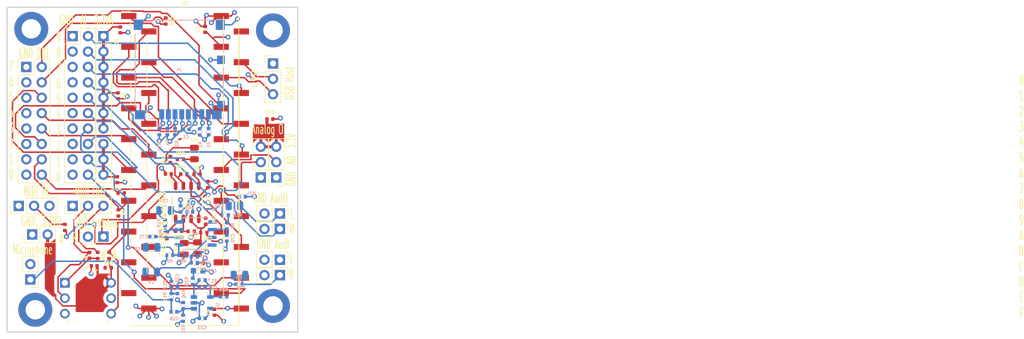
<source format=kicad_pcb>
(kicad_pcb (version 20221018) (generator pcbnew)
  (layers (0 "F.Cu" signal) (1 "In1.Cu" signal) (2 "In2.Cu" signal) (31 "B.Cu" signal) (34 "B.Paste" user) (35 "F.Paste" user) (36 "B.SilkS" user "B.Silkscreen") (37 "F.SilkS" user "F.Silkscreen") (38 "B.Mask" user) (39 "F.Mask" user) (44 "Edge.Cuts" user))
  (net 0 "")
  (net 1 "Net-(A1-USB_ID)")
  (net 2 "/microSD/D3")
  (net 3 "/microSD/D2")
  (net 4 "/MIDI_UART_TX")
  (net 5 "/MIDI_UART_RX")
  (net 6 "GND")
  (net 7 "+3.3VA")
  (net 8 "/USB_n")
  (net 9 "/USB_p")
  (net 10 "+3.3V")
  (net 11 "/microSD/D1")
  (net 12 "/microSD/D0")
  (net 13 "/microSD/CMD")
  (net 14 "/microSD/CLK")
  (net 15 "/Audio In Sum/AUDIO_IN_L_SUMMED")
  (net 16 "/Audio In Sum/AUDIO_IN_R_SUMMED")
  (net 17 "/Audio Out/AUDIO_OUT_L")
  (net 18 "/Audio Out/AUDIO_OUT_R")
  (net 19 "Net-(U3A-+IN_A)")
  (net 20 "Net-(U3B-+IN_B)")
  (net 21 "Net-(C11-Pad1)")
  (net 22 "/Audio Out/AUDIO_OUT_L_EXT")
  (net 23 "/Audio In Sum/AUDIO_IN_R_CONN")
  (net 24 "Net-(U7B-IN+)")
  (net 25 "/Audio In Sum/AUDIO_IN_L_CONN")
  (net 26 "Net-(U7A-IN-)")
  (net 27 "/Audio In Sum/AUDIO_IN_L_LOCAL")
  (net 28 "Net-(C17-Pad1)")
  (net 29 "/Audio Out/AUDIO_OUT_R_EXT")
  (net 30 "Net-(U3A--A)")
  (net 31 "Net-(U3B--B)")
  (net 32 "Net-(U7B-IN-)")
  (net 33 "Net-(U7A-IN+)")
  (net 34 "Net-(D1-K)")
  (net 35 "Net-(D1-A)")
  (net 36 "Net-(J1-Pin_2)")
  (net 38 "Net-(R18-Pad1)")
  (net 39 "Net-(R19-Pad1)")
  (net 40 "Net-(U7B-OUT)")
  (net 41 "Net-(U7A-OUT)")
  (net 42 "/DIO4")
  (net 43 "/DIO5")
  (net 44 "/DIO6")
  (net 45 "/DIO7")
  (net 46 "/DIO2")
  (net 47 "/DIO3")
  (net 48 "/AI_0")
  (net 49 "/AI_1")
  (net 50 "/AI_2")
  (net 51 "/AI_3")
  (net 52 "/AI_4")
  (net 53 "/AI_5")
  (net 54 "/AI_6")
  (net 55 "/AO_0")
  (net 56 "/AO_1")
  (net 57 "/AI_7")
  (net 58 "/AI_8")
  (net 59 "/DIO0")
  (net 60 "/DIO1")
  (net 61 "/AI_9")
  (net 62 "Net-(J1-Pin_3)")
  (net 63 "Net-(J3-Pin_3)")
  (net 64 "/Audio In Sum/AUDIO_IN_R_LOCAL")
  (net 66 "Net-(C25-Pad1)")
  (net 67 "Net-(J17-Pin_1)")
  (net 68 "Net-(C26-Pad2)")
  (net 69 "Net-(C27-Pad1)")
  (net 70 "Net-(C27-Pad2)")
  (net 71 "Net-(C28-Pad2)")
  (footprint "Diode_SMD:D_0402_1005Metric" (layer "F.Cu") (at 129.7686 72.9393 90)
    (fp_text reference "D1")
    (fp_text value "D_Schottky")
  )
  (footprint "Resistor_SMD:R_0402_1005Metric" (layer "F.Cu") (at 132.8694 74.9808 180)
    (fp_text reference "R53")
    (fp_text value "33")
  )
  (footprint "Resistor_SMD:R_0402_1005Metric" (layer "F.Cu") (at 148.6259 69.1811)
    (fp_text reference "R23")
    (fp_text value "2M")
  )
  (footprint "Capacitor_SMD:C_0402_1005Metric" (layer "F.Cu") (at 142.7712 59.5037 180)
    (fp_text reference "C14")
    (fp_text value "0.1uF")
  )
  (footprint "Resistor_SMD:R_0402_1005Metric" (layer "F.Cu") (at 146.5431 68.9779)
    (fp_text reference "R61")
    (fp_text value "DNP")
  )
  (footprint "Capacitor_SMD:C_0805_2012Metric" (layer "F.Cu") (at 145.390952 71.847867 90)
    (fp_text reference "C13")
    (fp_text value "10U")
  )
  (footprint "MountingHole:MountingHole_3.2mm_M3_DIN965_Pad" (layer "F.Cu") (at 160.02 35.814)
    (fp_text reference "H4" hide)
    (fp_text value "MountingHole")
  )
  (footprint "1x2FemaleVertical:PinHeader_1x02_P2.54mm_VerticalFemale" (layer "F.Cu") (at 120.043183 76.921619 180)
    (fp_text reference "J17" hide)
    (fp_text value "Conn_01x02")
  )
  (footprint "MountingHole:MountingHole_3.2mm_M3_DIN965_Pad" (layer "F.Cu") (at 160.02 81.28)
    (fp_text reference "H2" hide)
    (fp_text value "MountingHole")
  )
  (footprint "Resistor_SMD:R_0402_1005Metric" (layer "F.Cu") (at 148.9307 67.3015 -90)
    (fp_text reference "R31")
    (fp_text value "2M")
  )
  (footprint "digikey-footprints:DIP-6_W7.62mm" (layer "F.Cu") (at 125.73 77.47)
    (fp_text reference "U1")
    (fp_text value "H11L1M")
  )
  (footprint "Resistor_SMD:R_0402_1005Metric" (layer "F.Cu") (at 147.5103 59.5799)
    (fp_text reference "R22")
    (fp_text value "2M")
  )
  (footprint "Capacitor_SMD:C_0402_1005Metric" (layer "F.Cu") (at 148.8291 35.6531 90)
    (fp_text reference "C3")
    (fp_text value "0.1uF")
  )
  (footprint "Capacitor_SMD:C_0402_1005Metric" (layer "F.Cu") (at 134.8486 35.7378 -90)
    (fp_text reference "C8")
    (fp_text value "0.1uF")
  )
  (footprint "ElectgrosmithSurfaceMountModule:Electrosmith_Daisy_Seed" (layer "F.Cu") (at 137.945689 34.923747)
    (fp_text reference "A1")
    (fp_text value "Electrosmith_Daisy_Seed_Rev4")
  )
  (footprint "Capacitor_SMD:C_0402_1005Metric" (layer "F.Cu") (at 134.4676 46.609 -90)
    (fp_text reference "C2")
    (fp_text value "0.1uF")
  )
  (footprint "Capacitor_SMD:C_0402_1005Metric" (layer "F.Cu") (at 134.3406 60.452 -90)
    (fp_text reference "C6")
    (fp_text value "0.1uF")
  )
  (footprint "Resistor_SMD:R_0402_1005Metric" (layer "F.Cu") (at 148.0546 74.2442)
    (fp_text reference "R21")
    (fp_text value "2M")
  )
  (footprint "Resistor_SMD:R_0402_1005Metric" (layer "F.Cu") (at 134.5438 65.9384 90)
    (fp_text reference "R6")
    (fp_text value "10k")
  )
  (footprint "Ultralibrarian:PinHeader_1x03_P2.54mm_Vertical_Female" (layer "F.Cu") (at 160.02 41.275)
    (fp_text reference "J15" hide)
    (fp_text value "Conn_01x03")
  )
  (footprint "Capacitor_SMD:C_0402_1005Metric" (layer "F.Cu") (at 159.5094 50.4444)
    (fp_text reference "C10")
    (fp_text value "0.1uF")
  )
  (footprint "Resistor_SMD:R_0402_1005Metric" (layer "F.Cu") (at 125.73 68.326 90)
    (fp_text reference "R52")
    (fp_text value "10")
  )
  (footprint "Capacitor_SMD:C_0402_1005Metric" (layer "F.Cu") (at 130.556 74.676 180)
    (fp_text reference "C7")
    (fp_text value "0.1uF")
  )
  (footprint "USB_ESD:DRT3" (layer "F.Cu") (at 157.0085 43.809399 90)
    (fp_text reference "U10")
    (fp_text value "TPD2EUSB30ADRTR")
  )
  (footprint "Ultralibrarian:PinHeader_1x03_P2.54mm_Vertical_Female" (layer "F.Cu") (at 118.11 64.77 90)
    (fp_text reference "J1" hide)
    (fp_text value "Conn_01x03")
  )
  (footprint "Connector_PinHeader_2.54mm:PinHeader_1x10_P2.54mm_Vertical" (layer "F.Cu") (at 132.08 36.77)
    (fp_text reference "J7" hide)
    (fp_text value "Conn_01x10")
  )
  (footprint "1x2FemaleVertical:PinHeader_1x02_P2.54mm_VerticalFemale" (layer "F.Cu") (at 120.345557 69.498424 90)
    (fp_text reference "J16" hide)
    (fp_text value "Conn_01x02")
  )
  (footprint "Connector_PinHeader_2.54mm:PinHeader_2x10_P2.54mm_Vertical" (layer "F.Cu") (at 127 36.77)
    (fp_text reference "J6" hide)
    (fp_text value "Pins_02x10_P2.54mm_TH")
  )
  (footprint "Ultralibrarian:PinHeader_1x03_P2.54mm_Vertical_Female" (layer "F.Cu") (at 127 64.77 90)
    (fp_text reference "J3" hide)
    (fp_text value "Conn_01x03")
  )
  (footprint "1x2FemaleVertical:PinHeader_1x02_P2.54mm_VerticalFemale" (layer "F.Cu") (at 161.15732 76.2 -90)
    (fp_text reference "J13" hide)
    (fp_text value "Conn_01x02")
  )
  (footprint "Capacitor_SMD:C_0805_2012Metric" (layer "F.Cu") (at 147.066 56.134 -90)
    (fp_text reference "C16")
    (fp_text value "10U")
  )
  (footprint "Ultralibrarian:PinHeader_1x03_P2.54mm_Vertical_Female" (layer "F.Cu") (at 158.0134 60.0964 180)
    (fp_text reference "J10" hide)
    (fp_text value "Conn_01x03")
  )
  (footprint "1x2FemaleVertical:PinHeader_1x02_P2.54mm_VerticalFemale" (layer "F.Cu") (at 161.15732 66.04 -90)
    (fp_text reference "J2" hide)
    (fp_text value "Conn_01x02")
  )
  (footprint "1x2FemaleVertical:PinHeader_1x02_P2.54mm_VerticalFemale" (layer "F.Cu") (at 161.15732 68.58 -90)
    (fp_text reference "J11" hide)
    (fp_text value "Conn_01x02")
  )
  (footprint "Resistor_SMD:R_0402_1005Metric" (layer "F.Cu") (at 133.0198 72.9488 -90)
    (fp_text reference "R55")
    (fp_text value "270")
  )
  (footprint "Capacitor_SMD:C_0402_1005Metric" (layer "F.Cu") (at 150.368 82.324 -90)
    (fp_text reference "C9")
    (fp_text value "0.1uF")
  )
  (footprint "Capacitor_SMD:C_0805_2012Metric" (layer "F.Cu") (at 147.575352 71.746267 90)
    (fp_text reference "C15")
    (fp_text value "10U")
  )
  (footprint "Resistor_SMD:R_0402_1005Metric" (layer "F.Cu") (at 135.001 62.6618 180)
    (fp_text reference "R11")
    (fp_text value "10k")
  )
  (footprint "1x2FemaleVertical:PinHeader_1x02_P2.54mm_VerticalFemale" (layer "F.Cu") (at 161.15732 73.66 -90)
    (fp_text reference "J12" hide)
    (fp_text value "Conn_01x02")
  )
  (footprint "Ultralibrarian:PinHeader_1x03_P2.54mm_Vertical_Female" (layer "F.Cu") (at 160.5534 60.0964 180)
    (fp_text reference "J14" hide)
    (fp_text value "Conn_01x03")
  )
  (footprint "MountingHole:MountingHole_3.2mm_M3_DIN965_Pad" (layer "F.Cu") (at 120.855196 81.910823)
    (fp_text reference "H3" hide)
    (fp_text value "MountingHole")
  )
  (footprint "Resistor_SMD:R_0402_1005Metric" (layer "F.Cu") (at 149.2863 61.2563 90)
    (fp_text reference "R60")
    (fp_text value "DNP")
  )
  (footprint "Resistor_SMD:R_0402_1005Metric" (layer "F.Cu") (at 144.4603 68.9271)
    (fp_text reference "R56")
    (fp_text value "0")
  )
  (footprint "Resistor_SMD:R_0402_1005Metric" (layer "F.Cu") (at 145.3239 59.5291)
    (fp_text reference "R59")
    (fp_text value "0")
  )
  (footprint "TLV9062:D0008A_N" (layer "F.Cu") (at 145.8847 64.1917 90)
    (fp_text reference "U7")
    (fp_text value "TLV9062IDR")
  )
  (footprint "Resistor_SMD:R_0402_1005Metric" (layer "F.Cu") (at 142.3416 34.2666 -90)
    (fp_text reference "R62")
    (fp_text value "0")
  )
  (footprint "Resistor_SMD:R_0402_1005Metric" (layer "F.Cu") (at 131.1402 72.9488 90)
    (fp_text reference "R54")
    (fp_text value "220")
  )
  (footprint "MountingHole:MountingHole_3.2mm_M3_DIN965_Pad" (layer "F.Cu") (at 120.187993 35.56)
    (fp_text reference "H1" hide)
    (fp_text value "MountingHole")
  )
  (footprint "Connector_PinHeader_2.54mm:PinHeader_2x08_P2.54mm_Vertical" (layer "F.Cu") (at 119.38 41.85)
    (fp_text reference "J5" hide)
    (fp_text value "Conn_02x08")
  )
  (footprint "Resistor_SMD:R_0402_1005Metric" (layer "F.Cu") (at 142.5198 69.6911 90)
    (fp_text reference "R33")
    (fp_text value "4.7k")
  )
  (footprint "1x2FemaleVertical:PinHeader_1x02_P2.54mm_VerticalFemale" (layer "F.Cu") (at 132.08 69.85 -90)
    (fp_text reference "J9" hide)
    (fp_text value "Conn_01x02")
  )
  (footprint "Resistor_SMD:R_0402_1005Metric" (layer "F.Cu") (at 144.7651 57.0907)
    (fp_text reference "R30")
    (fp_text value "2M")
  )
  (footprint "Resistor_SMD:R_0402_1005Metric" (layer "F.Cu") (at 143.104 57.1181 -90)
    (fp_text reference "R32")
    (fp_text value "4.7k")
  )
  (footprint "Resistor_SMD:R_0402_1005Metric" (layer "B.Cu") (at 143.004 72.898)
    (fp_text reference "R9")
    (fp_text value "2M")
  )
  (footprint "Resistor_SMD:R_0402_1005Metric" (layer "B.Cu") (at 147.064 73.152 180)
    (fp_text reference "R7")
    (fp_text value "2M")
  )
  (footprint "Capacitor_SMD:C_0805_2012Metric" (layer "B.Cu") (at 139.954 75.692)
    (fp_text reference "C4")
    (fp_text value "10U")
  )
  (footprint "Capacitor_SMD:C_0603_1608Metric" (layer "B.Cu") (at 147.685707 75.470575 180)
    (fp_text reference "C28")
    (fp_text value "1uF")
  )
  (footprint "Resistor_SMD:R_0402_1005Metric" (layer "B.Cu") (at 145.208755 83.312 -90)
    (fp_text reference "R15")
    (fp_text value "1M")
  )
  (footprint "Capacitor_SMD:C_0805_2012Metric" (layer "B.Cu") (at 142.24 65.532)
    (fp_text reference "C17")
    (fp_text value "10U")
  )
  (footprint "Resistor_SMD:R_0402_1005Metric" (layer "B.Cu") (at 146.812 77.216 -90)
    (fp_text reference "R20")
    (fp_text value "10k")
  )
  (footprint "microSD:CONN_5027740891_MOL" (layer "B.Cu") (at 144.5768 42.2656 180)
    (fp_text reference "J4")
    (fp_text value "5027740891")
  )
  (footprint "Capacitor_SMD:C_0402_1005Metric" (layer "B.Cu") (at 145.700153 52.163306)
    (fp_text reference "C1")
    (fp_text value "0.1uF")
  )
  (footprint "Resistor_SMD:R_0402_1005Metric" (layer "B.Cu") (at 149.408553 52.518906 90)
    (fp_text reference "R1")
    (fp_text value "47k")
  )
  (footprint "Resistor_SMD:R_0402_1005Metric" (layer "B.Cu") (at 143.871353 52.518906 90)
    (fp_text reference "R3")
    (fp_text value "47k")
  )
  (footprint "Resistor_SMD:R_0402_1005Metric" (layer "B.Cu") (at 147.066 74.168)
    (fp_text reference "R10")
    (fp_text value "2M")
  )
  (footprint "Resistor_SMD:R_0402_1005Metric" (layer "B.Cu") (at 141.280553 52.518906 90)
    (fp_text reference "R14")
    (fp_text value "47k")
  )
  (footprint "Resistor_SMD:R_0402_1005Metric" (layer "B.Cu") (at 152.4 68.072 90)
    (fp_text reference "R8")
    (fp_text value "0")
  )
  (footprint "Resistor_SMD:R_0402_1005Metric" (layer "B.Cu") (at 152.146 66.294 180)
    (fp_text reference "R18")
    (fp_text value "100")
  )
  (footprint "Ultralibrarian:D8_TEX" (layer "B.Cu") (at 147.260855 69.32909 180)
    (fp_text reference "U3")
    (fp_text value "~")
  )
  (footprint "Resistor_SMD:R_0402_1005Metric" (layer "B.Cu") (at 144.78 65.276 90)
    (fp_text reference "R25")
    (fp_text value "2M")
  )
  (footprint "Capacitor_SMD:C_0805_2012Metric" (layer "B.Cu") (at 140.023014 71.609217)
    (fp_text reference "C5")
    (fp_text value "10U")
  )
  (footprint "Resistor_SMD:R_0402_1005Metric" (layer "B.Cu") (at 145.00492 72.898)
    (fp_text reference "R67")
    (fp_text value "2M")
  )
  (footprint "Capacitor_SMD:C_0805_2012Metric" (layer "B.Cu") (at 153.67 64.77)
    (fp_text reference "C11")
    (fp_text value "10U")
  )
  (footprint "Capacitor_SMD:C_0402_1005Metric" (layer "B.Cu") (at 152.4 70.104 -90)
    (fp_text reference "C70")
    (fp_text value "DNP")
  )
  (footprint "Resistor_SMD:R_0402_1005Metric" (layer "B.Cu") (at 147.935353 52.569706 90)
    (fp_text reference "R2")
    (fp_text value "47k")
  )
  (footprint "Resistor_SMD:R_0402_1005Metric" (layer "B.Cu") (at 142.24 67.564 90)
    (fp_text reference "R19")
    (fp_text value "100")
  )
  (footprint "Capacitor_SMD:C_0402_1005Metric" (layer "B.Cu") (at 140.208 69.85 180)
    (fp_text reference "C71")
    (fp_text value "DNP")
  )
  (footprint "Capacitor_SMD:C_0805_2012Metric" (layer "B.Cu") (at 154.498 76.2 180)
    (fp_text reference "C12")
    (fp_text value "10U")
  )
  (footprint "Capacitor_SMD:C_0402_1005Metric" (layer "B.Cu") (at 144.272 78.768 90)
    (fp_text reference "C25")
    (fp_text value "0.1uF")
  )
  (footprint "Capacitor_SMD:C_0402_1005Metric" (layer "B.Cu") (at 148.336 78.232)
    (fp_text reference "C27")
    (fp_text value "100pF")
  )
  (footprint "Resistor_SMD:R_0402_1005Metric" (layer "B.Cu") (at 154.432 77.724 180)
    (fp_text reference "R5")
    (fp_text value "2M")
  )
  (footprint "Resistor_SMD:R_0402_1005Metric" (layer "B.Cu") (at 154.94 63.246)
    (fp_text reference "R24")
    (fp_text value "2M")
  )
  (footprint "Resistor_SMD:R_0402_1005Metric" (layer "B.Cu") (at 151.894 79.756 180)
    (fp_text reference "R29")
    (fp_text value "4.7k")
  )
  (footprint "Capacitor_SMD:C_0402_1005Metric" (layer "B.Cu") (at 148.364 83.312 180)
    (fp_text reference "C23")
    (fp_text value "0.1uF")
  )
  (footprint "Resistor_SMD:R_0402_1005Metric" (layer "B.Cu") (at 142.601353 52.518906 90)
    (fp_text reference "R4")
    (fp_text value "47k")
  )
  (footprint "Resistor_SMD:R_0402_1005Metric" (layer "B.Cu") (at 143.256 77.726 90)
    (fp_text reference "R12")
    (fp_text value "2k")
  )
  (footprint "Capacitor_SMD:C_0402_1005Metric" (layer "B.Cu") (at 143.695094 82.249088)
    (fp_text reference "C26")
    (fp_text value "0.01uF")
  )
  (footprint "Resistor_SMD:R_0402_1005Metric" (layer "B.Cu") (at 142.310147 69.45609 90)
    (fp_text reference "R66")
    (fp_text value "0")
  )
  (footprint "Resistor_SMD:R_0402_1005Metric" (layer "B.Cu") (at 145.219094 81.231088 -90)
    (fp_text reference "R16")
    (fp_text value "1M")
  )
  (footprint "Resistor_SMD:R_0402_1005Metric" (layer "B.Cu") (at 148.329784 77.023291 180)
    (fp_text reference "R17")
    (fp_text value "100k")
  )
  (footprint "Resistor_SMD:R_0402_1005Metric" (layer "B.Cu") (at 143.256 79.758 90)
    (fp_text reference "R13")
    (fp_text value "2k")
  )
  (footprint "Capacitor_SMD:C_0402_1005Metric" (layer "B.Cu") (at 146.304 65.786)
    (fp_text reference "C24")
    (fp_text value "0.1uF")
  )
  (footprint "digikey-footprints:SOT-353" (layer "B.Cu") (at 148.336 80.772 90)
    (fp_text reference "U2")
    (fp_text value "MAX4466EXK_T")
  )
  (gr_rect (start 116.205 32.004) (end 164.084 85.598) (stroke (width 0.2)) (fill none) (layer "Edge.Cuts"))
  (gr_text "GND AudIAux" (at 134.62 66.557963) (layer "F.SilkS") (effects (font (size 1.59 0.7714)) (justify right top)))
  (gr_text "MIDI IN" (at 123.19 61.442162) (layer "F.SilkS") (effects (font (size 1.59 0.7714)) (justify right top)))
  (gr_text "GND AudI" (at 162.785406 70.173013) (layer "F.SilkS") (effects (font (size 1.59 0.7714)) (justify right top)))
  (gr_text "Analog O" (at 161.8234 51.2064) (layer "F.SilkS") (effects (font (size 1.59 0.7714)) (justify right top)))
  (gr_text "L\nR" (at 163.61522 65.158273) (layer "F.SilkS") (effects (font (size 1.59 0.7714)) (justify right top)))
  (gr_text "MIDI OUT" (at 132.620182 61.525905) (layer "F.SilkS") (effects (font (size 1.59 0.7714)) (justify right top)))
  (gr_text "USB Host" (at 161.82198 41.713157 90) (layer "F.SilkS") (effects (font (size 1.59 0.7714)) (justify right top)))
  (gr_text "GND DIO" (at 123.130121 38.614934) (layer "F.SilkS") (effects (font (size 1.59 0.7714)) (justify right top)))
  (gr_text "GND  AI  3.3VA" (at 133.77341 33.21276) (layer "F.SilkS") (effects (font (size 1.59 0.7714)) (justify right top)))
  (gr_text "GND AudO" (at 162.56 62.590921) (layer "F.SilkS") (effects (font (size 1.59 0.7714)) (justify right top)))
  (gr_text "Microphone" (at 123.782484 71.05026) (layer "F.SilkS") (effects (font (size 1.59 0.7714)) (justify right top)))
  (gr_text "7\n6\n5\n4\n3\n2\n1\n0" (at 117.367899 40.776604) (layer "F.SilkS") (effects (font (size 1.59 0.7714)) (justify right top)))
  (gr_text "GND, 3.3VD" (at 125.209323 66.391575) (layer "F.SilkS") (effects (font (size 1.59 0.7714)) (justify right top)))
  (gr_text "L\nR" (at 163.541743 72.588313) (layer "F.SilkS") (effects (font (size 1.59 0.7714)) (justify right top)))
  (gr_text "R" (at 127.811391 69.090008) (layer "F.SilkS") (effects (font (size 1.59 0.7714)) (justify right top)))
  (gr_text "9\n8\n7\n6\n5\n4\n3\n2\n1\n0" (at 125.15554 36.024034) (layer "F.SilkS") (effects (font (size 1.59 0.7714)) (justify right top)))
  (gr_text "0\n1\n2\n3\n4\n5\n6\n7\n8\n9\nA\nB\nC\nD\nE\nF" (at 283.7688 43.1292) (layer "F.SilkS") (effects (font (size 1.59 0.7714)) (justify right top)))
  (gr_text "GND  AO  3.3V" (at 162.109411 52.765439 90) (layer "F.SilkS") (effects (font (size 1.59 0.7714)) (justify right top)))
  (segment (start 145.1906 79.4254) (end 145.6938 79.9286) (width 0.1016) (layer "B.Cu") (net 0))
  (segment (start 140.698992 33.6412) (end 140.137392 34.2028) (width 0.25) (layer "F.Cu") (net 1))
  (segment (start 141.397305 33.6412) (end 140.698992 33.6412) (width 0.25) (layer "F.Cu") (net 1))
  (segment (start 141.822 34.065895) (end 141.397305 33.6412) (width 0.25) (layer "F.Cu") (net 1))
  (segment (start 141.822 34.2762) (end 141.822 34.065895) (width 0.25) (layer "F.Cu") (net 1))
  (segment (start 137.007577 34.2028) (end 136.253581 33.448804) (width 0.25) (layer "F.Cu") (net 1))
  (segment (start 140.137392 34.2028) (end 137.007577 34.2028) (width 0.25) (layer "F.Cu") (net 1))
  (segment (start 142.3416 33.7566) (end 141.822 34.2762) (width 0.25) (layer "F.Cu") (net 1))
  (segment (start 136.967581 42.3164) (end 137.983581 41.3004) (width 0.25) (layer "F.Cu") (net 2))
  (segment (start 137.962585 44.3048) (end 137.614185 44.6532) (width 0.25) (layer "F.Cu") (net 2))
  (segment (start 134.2898 44.3484) (end 134.2898 42.8244) (width 0.25) (layer "F.Cu") (net 2))
  (segment (start 142.7778 45.8216) (end 141.261 44.3048) (width 0.25) (layer "F.Cu") (net 2))
  (segment (start 139.563581 35.988804) (end 137.983581 37.568804) (width 0.25) (layer "F.Cu") (net 2))
  (segment (start 137.614185 44.6532) (end 134.62 44.6532) (width 0.25) (layer "F.Cu") (net 2))
  (segment (start 134.2898 42.8244) (end 134.7978 42.3164) (width 0.25) (layer "F.Cu") (net 2))
  (segment (start 134.3152 44.3484) (end 134.2898 44.3484) (width 0.25) (layer "F.Cu") (net 2))
  (segment (start 142.7778 45.8216) (end 142.7778 51.1302) (width 0.25) (layer "F.Cu") (net 2))
  (segment (start 141.261 44.3048) (end 137.962585 44.3048) (width 0.25) (layer "F.Cu") (net 2))
  (segment (start 137.983581 37.568804) (end 137.983581 41.3004) (width 0.25) (layer "F.Cu") (net 2))
  (segment (start 142.7778 45.699) (end 142.7778 45.8216) (width 0.25) (layer "F.Cu") (net 2))
  (segment (start 134.62 44.6532) (end 134.3152 44.3484) (width 0.25) (layer "F.Cu") (net 2))
  (segment (start 134.7978 42.3164) (end 136.967581 42.3164) (width 0.25) (layer "F.Cu") (net 2))
  (via (at 142.908394 51.096592) (size 0.8) (drill 0.4) (layers "F.Cu" "B.Cu") (net 2))
  (segment (start 142.7778 51.832459) (end 142.601353 52.008906) (width 0.25) (layer "B.Cu") (net 2))
  (segment (start 142.7778 49.652606) (end 142.7778 51.1302) (width 0.25) (layer "B.Cu") (net 2))
  (segment (start 142.7778 51.1302) (end 142.7778 51.832459) (width 0.25) (layer "B.Cu") (net 2))
  (segment (start 140.036004 45.1032) (end 134.408204 45.1032) (width 0.25) (layer "F.Cu") (net 3))
  (segment (start 141.6778 51.054) (end 141.6778 49.509638) (width 0.25) (layer "F.Cu") (net 3))
  (segment (start 133.731 42.746804) (end 136.2456 40.232204) (width 0.25) (layer "F.Cu") (net 3))
  (segment (start 134.408204 45.1032) (end 133.731 44.425996) (width 0.25) (layer "F.Cu") (net 3))
  (segment (start 141.143581 45.323804) (end 140.574577 44.7548) (width 0.25) (layer "F.Cu") (net 3))
  (segment (start 136.2456 40.0304) (end 136.253581 40.022419) (width 0.25) (layer "F.Cu") (net 3))
  (segment (start 141.143581 48.975419) (end 141.143581 45.323804) (width 0.25) (layer "F.Cu") (net 3))
  (segment (start 136.2456 40.232204) (end 136.2456 40.0304) (width 0.25) (layer "F.Cu") (net 3))
  (segment (start 141.6778 49.509638) (end 141.143581 48.975419) (width 0.25) (layer "F.Cu") (net 3))
  (segment (start 140.384404 44.7548) (end 140.036004 45.1032) (width 0.25) (layer "F.Cu") (net 3))
  (segment (start 140.574577 44.7548) (end 140.384404 44.7548) (width 0.25) (layer "F.Cu") (net 3))
  (segment (start 136.253581 40.022419) (end 136.253581 38.528804) (width 0.25) (layer "F.Cu") (net 3))
  (segment (start 133.731 44.425996) (end 133.731 42.746804) (width 0.25) (layer "F.Cu") (net 3))
  (via (at 141.87425 51.165749) (size 0.8) (drill 0.4) (layers "F.Cu" "B.Cu") (net 3))
  (segment (start 141.6778 49.652606) (end 141.6778 51.611659) (width 0.25) (layer "B.Cu") (net 3))
  (segment (start 141.6778 51.611659) (end 141.280553 52.008906) (width 0.25) (layer "B.Cu") (net 3))
  (segment (start 141.656794 49.6316) (end 141.6778 49.652606) (width 0.25) (layer "B.Cu") (net 3))
  (segment (start 130.715 67.977) (end 130.556 67.818) (width 0.25) (layer "F.Cu") (net 4))
  (segment (start 125.984 69.85) (end 125.984 69.09) (width 0.25) (layer "F.Cu") (net 4))
  (segment (start 138.526385 67.506) (end 134.424 67.506) (width 0.25) (layer "F.Cu") (net 4))
  (segment (start 139.563581 66.468804) (end 138.526385 67.506) (width 0.25) (layer "F.Cu") (net 4))
  (segment (start 134.424 69.856) (end 133.255 71.025) (width 0.25) (layer "F.Cu") (net 4))
  (segment (start 130.905 71.025) (end 130.715 70.835) (width 0.25) (layer "F.Cu") (net 4))
  (segment (start 133.255 71.025) (end 130.905 71.025) (width 0.25) (layer "F.Cu") (net 4))
  (segment (start 139.563581 65.465219) (end 139.563581 66.468804) (width 0.25) (layer "F.Cu") (net 4))
  (segment (start 142.2654 62.7634) (end 139.563581 65.465219) (width 0.25) (layer "F.Cu") (net 4))
  (segment (start 125.984 69.09) (end 125.73 68.836) (width 0.25) (layer "F.Cu") (net 4))
  (segment (start 130.715 70.835) (end 130.715 67.977) (width 0.25) (layer "F.Cu") (net 4))
  (segment (start 134.424 67.506) (end 134.424 69.856) (width 0.25) (layer "F.Cu") (net 4))
  (via (at 130.556 67.818) (size 0.8) (drill 0.4) (layers "F.Cu" "B.Cu") (net 4))
  (via (at 125.984 69.85) (size 0.8) (drill 0.4) (layers "F.Cu" "B.Cu") (net 4))
  (segment (start 128.016 67.818) (end 125.984 69.85) (width 0.25) (layer "B.Cu") (net 4))
  (segment (start 130.556 67.818) (end 128.016 67.818) (width 0.25) (layer "B.Cu") (net 4))
  (segment (start 134.475 73.894) (end 133.0198 72.4388) (width 0.25) (layer "F.Cu") (net 5))
  (segment (start 133.0198 72.242585) (end 136.253581 69.008804) (width 0.25) (layer "F.Cu") (net 5))
  (segment (start 133.0198 72.4388) (end 133.0198 72.242585) (width 0.25) (layer "F.Cu") (net 5))
  (segment (start 133.35 82.55) (end 134.475 81.425) (width 0.25) (layer "F.Cu") (net 5))
  (segment (start 134.475 81.425) (end 134.475 73.894) (width 0.25) (layer "F.Cu") (net 5))
  (segment (start 150.5353 60.7463) (end 150.5458 60.7568) (width 0.25) (layer "F.Cu") (net 6))
  (segment (start 156.610799 43.809399) (end 155.9306 43.1292) (width 0.25) (layer "F.Cu") (net 6))
  (segment (start 137.848231 81.708804) (end 137.431417 81.29199) (width 0.25) (layer "F.Cu") (net 6))
  (segment (start 130.076 75.918) (end 130.048 75.946) (width 0.25) (layer "F.Cu") (net 6))
  (segment (start 148.8291 35.1731) (end 148.2031 35.1731) (width 0.25) (layer "F.Cu") (net 6))
  (segment (start 142.3416 34.7766) (end 141.5074 34.7766) (width 0.25) (layer "F.Cu") (net 6))
  (segment (start 134.3406 60.932) (end 135.537 60.932) (width 0.25) (layer "F.Cu") (net 6))
  (segment (start 151.493603 33.448605) (end 153.077295 33.448605) (width 0.25) (layer "F.Cu") (net 6))
  (segment (start 149.196405 33.448605) (end 149.0726 33.3248) (width 0.25) (layer "F.Cu") (net 6))
  (segment (start 156.6386 43.809399) (end 156.610799 43.809399) (width 0.25) (layer "F.Cu") (net 6))
  (segment (start 148.8291 33.5683) (end 149.0726 33.3248) (width 0.25) (layer "F.Cu") (net 6))
  (segment (start 142.2912 59.1824) (end 141.6558 58.547) (width 0.25) (layer "F.Cu") (net 6))
  (segment (start 139.563581 81.708804) (end 139.563581 83.118219) (width 0.25) (layer "F.Cu") (net 6))
  (segment (start 148.0203 59.5799) (end 148.0203 58.6595) (width 0.25) (layer "F.Cu") (net 6))
  (segment (start 150.0886 70.612) (end 149.1359 69.6593) (width 0.25) (layer "F.Cu") (net 6))
  (segment (start 135.6386 47.089) (end 136.017 46.7106) (width 0.25) (layer "F.Cu") (net 6))
  (segment (start 150.876 82.804) (end 151.892 83.82) (width 0.25) (layer "F.Cu") (net 6))
  (segment (start 151.493603 33.448605) (end 150.955395 33.448605) (width 0.25) (layer "F.Cu") (net 6))
  (segment (start 148.8291 35.1731) (end 148.8291 33.5683) (width 0.25) (layer "F.Cu") (net 6))
  (segment (start 146.554842 70.0278) (end 146.486295 69.959253) (width 0.25) (layer "F.Cu") (net 6))
  (segment (start 151.493603 33.448605) (end 149.196405 33.448605) (width 0.25) (layer "F.Cu") (net 6))
  (segment (start 139.563581 81.712073) (end 140.826508 82.975) (width 0.25) (layer "F.Cu") (net 6))
  (segment (start 148.0203 58.6595) (end 148.2598 58.42) (width 0.25) (layer "F.Cu") (net 6))
  (segment (start 147.0531 68.9779) (end 147.0531 69.5327) (width 0.25) (layer "F.Cu") (net 6))
  (segment (start 139.563581 81.708804) (end 139.319289 81.708804) (width 0.25) (layer "F.Cu") (net 6))
  (segment (start 148.5646 74.2442) (end 149.128992 74.2442) (width 0.25) (layer "F.Cu") (net 6))
  (segment (start 149.2863 60.7463) (end 150.5353 60.7463) (width 0.25) (layer "F.Cu") (net 6))
  (segment (start 147.0531 69.5327) (end 146.558 70.0278) (width 0.25) (layer "F.Cu") (net 6))
  (segment (start 141.671697 81.708804) (end 141.731814 81.768921) (width 0.25) (layer "F.Cu") (net 6))
  (segment (start 149.1359 69.6593) (end 149.1359 69.1811) (width 0.25) (layer "F.Cu") (net 6))
  (segment (start 139.563581 81.708804) (end 137.848231 81.708804) (width 0.25) (layer "F.Cu") (net 6))
  (segment (start 144.78 63.754) (end 145.034 63.754) (width 0.25) (layer "F.Cu") (net 6))
  (segment (start 161.0868 50.4444) (end 161.2392 50.292) (width 0.25) (layer "F.Cu") (net 6))
  (segment (start 139.319289 81.708804) (end 138.069124 82.958969) (width 0.25) (layer "F.Cu") (net 6))
  (segment (start 150.955395 33.448605) (end 149.86 34.544) (width 0.25) (layer "F.Cu") (net 6))
  (segment (start 130.076 74.676) (end 130.076 75.918) (width 0.25) (layer "F.Cu") (net 6))
  (segment (start 134.8486 36.2178) (end 136.0196 36.2178) (width 0.25) (layer "F.Cu") (net 6))
  (segment (start 134.4676 47.089) (end 135.6386 47.089) (width 0.25) (layer "F.Cu") (net 6))
  (segment (start 147.7897 66.916701) (end 147.7897 65.3417) (width 0.25) (layer "F.Cu") (net 6))
  (segment (start 148.2031 35.1731) (end 147.32 34.29) (width 0.25) (layer "F.Cu") (net 6))
  (segment (start 150.368 82.804) (end 150.876 82.804) (width 0.25) (layer "F.Cu") (net 6))
  (segment (start 153.077295 33.448605) (end 153.67 32.8559) (width 0.25) (layer "F.Cu") (net 6))
  (segment (start 139.563581 81.708804) (end 139.563581 81.712073) (width 0.25) (layer "F.Cu") (net 6))
  (segment (start 135.537 60.932) (end 135.6106 60.8584) (width 0.25) (layer "F.Cu") (net 6))
  (segment (start 159.9894 50.4444) (end 161.0868 50.4444) (width 0.25) (layer "F.Cu") (net 6))
  (segment (start 151.384 70.612) (end 150.0886 70.612) (width 0.25) (layer "F.Cu") (net 6))
  (segment (start 142.2912 59.5037) (end 142.2912 59.1824) (width 0.25) (layer "F.Cu") (net 6))
  (segment (start 146.558 70.0278) (end 146.554842 70.0278) (width 0.25) (layer "F.Cu") (net 6))
  (segment (start 139.563581 83.118219) (end 139.5222 83.1596) (width 0.25) (layer "F.Cu") (net 6))
  (segment (start 141.5074 34.7766) (end 141.097 34.3662) (width 0.25) (layer "F.Cu") (net 6))
  (segment (start 136.0196 36.2178) (end 136.1186 36.1188) (width 0.25) (layer "F.Cu") (net 6))
  (segment (start 149.128992 74.2442) (end 149.425481 74.540689) (width 0.25) (layer "F.Cu") (net 6))
  (segment (start 139.563581 81.708804) (end 141.671697 81.708804) (width 0.25) (layer "F.Cu") (net 6))
  (segment (start 147.7897 65.3417) (end 147.8026 65.3288) (width 0.25) (layer "F.Cu") (net 6))
  (via (at 141.6558 58.547) (size 0.8) (drill 0.4) (layers "F.Cu" "B.Cu") (net 6))
  (via (at 146.812 83.82) (size 0.8) (drill 0.4) (layers "F.Cu" "B.Cu") (net 6))
  (via (at 146.812 64.262) (size 0.8) (drill 0.4) (layers "F.Cu" "B.Cu") (net 6))
  (via (at 140.826508 82.975) (size 0.8) (drill 0.4) (layers "F.Cu" "B.Cu") (net 6))
  (via (at 144.78 63.754) (size 0.8) (drill 0.4) (layers "F.Cu" "B.Cu") (net 6))
  (via (at 152.908 77.724) (size 0.8) (drill 0.4) (layers "F.Cu" "B.Cu") (net 6))
  (via (at 161.2392 50.292) (size 0.8) (drill 0.4) (layers "F.Cu" "B.Cu") (net 6))
  (via (at 147.8026 65.3288) (size 0.8) (drill 0.4) (layers "F.Cu" "B.Cu") (net 6))
  (via (at 149.86 34.544) (size 0.8) (drill 0.4) (layers "F.Cu" "B.Cu") (net 6))
  (via (at 148.844 73.406) (size 0.8) (drill 0.4) (layers "F.Cu" "B.Cu") (net 6))
  (via (at 147.32 34.29) (size 0.8) (drill 0.4) (layers "F.Cu" "B.Cu") (net 6))
  (via (at 139.5222 83.1596) (size 0.8) (drill 0.4) (layers "F.Cu" "B.Cu") (net 6))
  (via (at 148.336 80.772) (size 0.8) (drill 0.4) (layers "F.Cu" "B.Cu") (net 6))
  (via (at 151.892 83.82) (size 0.8) (drill 0.4) (layers "F.Cu" "B.Cu") (net 6))
  (via (at 149.0726 33.3248) (size 0.8) (drill 0.4) (layers "F.Cu" "B.Cu") (net 6))
  (via (at 148.2598 58.42) (size 0.8) (drill 0.4) (layers "F.Cu" "B.Cu") (net 6))
  (via (at 144.526 74.168) (size 0.8) (drill 0.4) (layers "F.Cu" "B.Cu") (net 6))
  (via (at 144.272 80.264) (size 0.8) (drill 0.4) (layers "F.Cu" "B.Cu") (net 6))
  (via (at 141.731814 81.768921) (size 0.8) (drill 0.4) (layers "F.Cu" "B.Cu") (net 6))
  (via (at 155.9306 43.1292) (size 0.8) (drill 0.4) (layers "F.Cu" "B.Cu") (net 6))
  (via (at 149.733 40.6654) (size 0.8) (drill 0.4) (layers "F.Cu" "B.Cu") (net 6))
  (via (at 152.146 71.882) (size 0.8) (drill 0.4) (layers "F.Cu" "B.Cu") (net 6))
  (via (at 137.431417 81.29199) (size 0.8) (drill 0.4) (layers "F.Cu" "B.Cu") (net 6))
  (via (at 138.069124 82.958969) (size 0.8) (drill 0.4) (layers "F.Cu" "B.Cu") (net 6))
  (via (at 149.86 75.692) (size 0.8) (drill 0.4) (layers "F.Cu" "B.Cu") (net 6))
  (via (at 141.097 34.3662) (size 0.8) (drill 0.4) (layers "F.Cu" "B.Cu") (net 6))
  (via (at 144.78 77.216) (size 0.8) (drill 0.4) (layers "F.Cu" "B.Cu") (net 6))
  (via (at 147.196594 51.172792) (size 0.8) (drill 0.4) (layers "F.Cu" "B.Cu") (net 6))
  (via (at 156.972 63.246) (size 0.8) (drill 0.4) (layers "F.Cu" "B.Cu") (net 6))
  (via (at 149.78271 47.799294) (size 0.8) (drill 0.4) (layers "F.Cu" "B.Cu") (net 6))
  (via (at 139.8016 48.5648) (size 0.8) (drill 0.4) (layers "F.Cu" "B.Cu") (net 6))
  (via (at 135.6106 60.8584) (size 0.8) (drill 0.4) (layers "F.Cu" "B.Cu") (net 6))
  (via (at 146.486295 69.959253) (size 0.8) (drill 0.4) (layers "F.Cu" "B.Cu") (net 6))
  (via (at 136.017 46.7106) (size 0.8) (drill 0.4) (layers "F.Cu" "B.Cu") (net 6))
  (via (at 153.67 32.8559) (size 0.8) (drill 0.4) (layers "F.Cu" "B.Cu") (net 6))
  (via (at 150.5458 60.7568) (size 0.8) (drill 0.4) (layers "F.Cu" "B.Cu") (net 6))
  (via (at 149.425481 74.540689) (size 0.8) (drill 0.4) (layers "F.Cu" "B.Cu") (net 6))
  (via (at 154.1526 33.9344) (size 0.8) (drill 0.4) (layers "F.Cu" "B.Cu") (net 6))
  (via (at 136.1186 36.1188) (size 0.8) (drill 0.4) (layers "F.Cu" "B.Cu") (net 6))
  (via (at 151.0538 46.482) (size 0.8) (drill 0.4) (layers "F.Cu" "B.Cu") (net 6))
  (via (at 151.384 70.612) (size 0.8) (drill 0.4) (layers "F.Cu" "B.Cu") (net 6))
  (via (at 139.4714 33.4518) (size 0.8) (drill 0.4) (layers "F.Cu" "B.Cu") (net 6))
  (via (at 130.048 75.946) (size 0.8) (drill 0.4) (layers "F.Cu" "B.Cu") (net 6))
  (segment (start 147.576 74.168) (end 148.082 74.168) (width 0.25) (layer "B.Cu") (net 6))
  (segment (start 147.32 83.312) (end 146.812 83.82) (width 0.25) (layer "B.Cu") (net 6))
  (segment (start 144.729088 80.721088) (end 144.272 80.264) (width 0.25) (layer "B.Cu") (net 6))
  (segment (start 145.237088 80.721088) (end 145.288 80.772) (width 0.25) (layer "B.Cu") (net 6))
  (segment (start 147.761 80.772) (end 148.336 80.772) (width 0.25) (layer "B.Cu") (net 6))
  (segment (start 151.327453 34.891306) (end 153.195694 34.891306) (width 0.25) (layer "B.Cu") (net 6))
  (segment (start 147.019236 49.81117) (end 147.1778 49.652606) (width 0.25) (layer "B.Cu") (net 6))
  (segment (start 151.0538 47.498) (end 151.0538 46.482) (width 0.25) (layer "B.Cu") (net 6))
  (segment (start 151.4358 48.0886) (end 151.5808 48.0886) (width 0.25) (layer "B.Cu") (net 6))
  (segment (start 151.4358 40.6886) (end 149.7562 40.6886) (width 0.25) (layer "B.Cu") (net 6))
  (segment (start 153.924 77.724) (end 152.908 77.724) (width 0.25) (layer "B.Cu") (net 6))
  (segment (start 147.884 80.895) (end 147.761 80.772) (width 0.25) (layer "B.Cu") (net 6))
  (segment (start 152.4 71.628) (end 152.146 71.882) (width 0.25) (layer "B.Cu") (net 6))
  (segment (start 138.031894 34.891306) (end 139.4714 33.4518) (width 0.25) (layer "B.Cu") (net 6))
  (segment (start 150.1648 49.1998) (end 150.1648 48.181384) (width 0.25) (layer "B.Cu") (net 6))
  (segment (start 147.1778 51.0946) (end 147.066 51.2064) (width 0.25) (layer "B.Cu") (net 6))
  (segment (start 150.706506 49.741506) (end 150.1648 49.1998) (width 0.25) (layer "B.Cu") (net 6))
  (segment (start 137.826153 34.891306) (end 138.031894 34.891306) (width 0.25) (layer "B.Cu") (net 6))
  (segment (start 153.922 77.724) (end 153.924 77.724) (width 0.25) (layer "B.Cu") (net 6))
  (segment (start 153.195694 34.891306) (end 154.1526 33.9344) (width 0.25) (layer "B.Cu") (net 6))
  (segment (start 150.7779 49.741506) (end 150.706506 49.741506) (width 0.25) (layer "B.Cu") (net 6))
  (segment (start 146.180153 52.163306) (end 146.180153 52.092247) (width 0.25) (layer "B.Cu") (net 6))
  (segment (start 148.082 74.168) (end 148.844 73.406) (width 0.25) (layer "B.Cu") (net 6))
  (segment (start 144.272 77.724) (end 144.78 77.216) (width 0.25) (layer "B.Cu") (net 6))
  (segment (start 144.272 78.288) (end 144.272 77.724) (width 0.25) (layer "B.Cu") (net 6))
  (segment (start 147.884 83.312) (end 147.884 80.895) (width 0.25) (layer "B.Cu") (net 6))
  (segment (start 147.884 83.312) (end 147.32 83.312) (width 0.25) (layer "B.Cu") (net 6))
  (segment (start 146.784 64.29) (end 146.812 64.262) (width 0.25) (layer "B.Cu") (net 6))
  (segment (start 148.460707 75.470575) (end 149.638575 75.470575) (width 0.25) (layer "B.Cu") (net 6))
  (segment (start 146.784 65.786) (end 146.784 64.29) (width 0.25) (layer "B.Cu") (net 6))
  (segment (start 151.5808 48.0886) (end 151.6126 48.0568) (width 0.25) (layer "B.Cu") (net 6))
  (segment (start 138.1273 49.741506) (end 138.624894 49.741506) (width 0.25) (layer "B.Cu") (net 6))
  (segment (start 145.51492 72.898) (end 145.51492 73.17908) (width 0.25) (layer "B.Cu") (net 6))
  (segment (start 151.6126 48.0568) (end 151.0538 47.498) (width 0.25) (layer "B.Cu") (net 6))
  (segment (start 138.624894 49.741506) (end 139.8016 48.5648) (width 0.25) (layer "B.Cu") (net 6))
  (segment (start 150.1648 48.181384) (end 149.78271 47.799294) (width 0.25) (layer "B.Cu") (net 6))
  (segment (start 145.51492 73.17908) (end 144.526 74.168) (width 0.25) (layer "B.Cu") (net 6))
  (segment (start 147.761 80.772) (end 146.986 80.772) (width 0.25) (layer "B.Cu") (net 6))
  (segment (start 147.1778 49.652606) (end 147.1778 51.0946) (width 0.25) (layer "B.Cu") (net 6))
  (segment (start 155.702 63.246) (end 156.972 63.246) (width 0.25) (layer "B.Cu") (net 6))
  (segment (start 149.7562 40.6886) (end 149.733 40.6654) (width 0.25) (layer "B.Cu") (net 6))
  (segment (start 145.219094 80.721088) (end 144.729088 80.721088) (width 0.25) (layer "B.Cu") (net 6))
  (segment (start 149.831094 47.799294) (end 149.78271 47.799294) (width 0.25) (layer "B.Cu") (net 6))
  (segment (start 155.45 63.246) (end 155.702 63.246) (width 0.25) (layer "B.Cu") (net 6))
  (segment (start 145.219094 80.721088) (end 145.237088 80.721088) (width 0.25) (layer "B.Cu") (net 6))
  (segment (start 144.78 64.766) (end 144.78 63.754) (width 0.25) (layer "B.Cu") (net 6))
  (segment (start 146.180153 52.092247) (end 147.066 51.2064) (width 0.25) (layer "B.Cu") (net 6))
  (segment (start 152.4 70.584) (end 152.4 71.628) (width 0.25) (layer "B.Cu") (net 6))
  (segment (start 149.638575 75.470575) (end 149.86 75.692) (width 0.25) (layer "B.Cu") (net 6))
  (segment (start 134.3406 59.972) (end 132.422 59.972) (width 0.25) (layer "F.Cu") (net 7))
  (segment (start 132.08 36.77) (end 133.5922 35.2578) (width 0.25) (layer "F.Cu") (net 7))
  (segment (start 143.2512 59.9964) (end 143.9797 60.7249) (width 0.25) (layer "F.Cu") (net 7))
  (segment (start 150.503395 81.708605) (end 150.368 81.844) (width 0.25) (layer "F.Cu") (net 7))
  (segment (start 143.2512 59.5037) (end 143.2512 59.9964) (width 0.25) (layer "F.Cu") (net 7))
  (segment (start 133.5922 35.2578) (end 134.8486 35.2578) (width 0.25) (layer "F.Cu") (net 7))
  (segment (start 154.803603 81.708605) (end 150.503395 81.708605) (width 0.25) (layer "F.Cu") (net 7))
  (segment (start 154.432 82.080208) (end 154.803603 81.708605) (width 0.25) (layer "F.Cu") (net 7))
  (segment (start 132.422 59.972) (end 132.08 59.63) (width 0.25) (layer "F.Cu") (net 7))
  (segment (start 132.881 46.129) (end 132.08 46.93) (width 0.25) (layer "F.Cu") (net 7))
  (segment (start 143.9797 60.7249) (end 143.9797 61.466702) (width 0.25) (layer "F.Cu") (net 7))
  (segment (start 134.4676 46.129) (end 132.881 46.129) (width 0.25) (layer "F.Cu") (net 7))
  (via (at 152.530238 81.660775) (size 0.8) (drill 0.4) (layers "F.Cu" "B.Cu") (net 7))
  (via (at 144.272 84.328) (size 0.8) (drill 0.4) (layers "F.Cu" "B.Cu") (net 7))
  (via (at 149.098 72.39) (size 0.8) (drill 0.4) (layers "F.Cu" "B.Cu") (net 7))
  (via (at 141.986 74.168) (size 0.8) (drill 0.4) (layers "F.Cu" "B.Cu") (net 7))
  (via (at 142.748 76.2) (size 0.8) (drill 0.4) (layers "F.Cu" "B.Cu") (net 7))
  (segment (start 142.494 72.898) (end 142.494 73.66) (width 0.25) (layer "B.Cu") (net 7))
  (segment (start 143.256 76.708) (end 142.748 76.2) (width 0.25) (layer "B.Cu") (net 7))
  (segment (start 142.494 73.66) (end 141.986 74.168) (width 0.25) (layer "B.Cu") (net 7))
  (segment (start 147.574 73.152) (end 148.336 72.39) (width 0.25) (layer "B.Cu") (net 7))
  (segment (start 149.352 82.804) (end 149.352 82.056) (width 0.25) (layer "B.Cu") (net 7))
  (segment (start 148.844 83.312) (end 149.352 82.804) (width 0.25) (layer "B.Cu") (net 7))
  (segment (start 145.824 66.266) (end 145.824 65.786) (width 0.25) (layer "B.Cu") (net 7))
  (segment (start 148.336 72.39) (end 149.098 72.39) (width 0.25) (layer "B.Cu") (net 7))
  (segment (start 145.208755 83.822) (end 144.778 83.822) (width 0.25) (layer "B.Cu") (net 7))
  (segment (start 149.352 82.056) (end 149.686 81.722) (width 0.25) (layer "B.Cu") (net 7))
  (segment (start 143.256 77.216) (end 143.256 76.708) (width 0.25) (layer "B.Cu") (net 7))
  (segment (start 144.536705 67.42409) (end 144.66591 67.42409) (width 0.25) (layer "B.Cu") (net 7))
  (segment (start 144.66591 67.42409) (end 145.824 66.266) (width 0.25) (layer "B.Cu") (net 7))
  (segment (start 144.778 83.822) (end 144.272 84.328) (width 0.25) (layer "B.Cu") (net 7))
  (segment (start 155.292405 43.608605) (end 155.985501 44.301701) (width 0.25) (layer "F.Cu") (net 8))
  (segment (start 157.3784 44.159398) (end 157.824398 44.159398) (width 0.25) (layer "F.Cu") (net 8))
  (segment (start 155.985501 44.301701) (end 157.236097 44.301701) (width 0.25) (layer "F.Cu") (net 8))
  (segment (start 157.824398 44.159398) (end 160.02 46.355) (width 0.25) (layer "F.Cu") (net 8))
  (segment (start 157.236097 44.301701) (end 157.3784 44.159398) (width 0.25) (layer "F.Cu") (net 8))
  (segment (start 151.493603 43.608605) (end 155.292405 43.608605) (width 0.25) (layer "F.Cu") (net 8))
  (segment (start 157.3784 43.4594) (end 159.6644 43.4594) (width 0.25) (layer "F.Cu") (net 9))
  (segment (start 154.987605 41.068605) (end 157.3784 43.4594) (width 0.25) (layer "F.Cu") (net 9))
  (segment (start 154.803603 41.068605) (end 154.987605 41.068605) (width 0.25) (layer "F.Cu") (net 9))
  (segment (start 159.6644 43.4594) (end 160.02 43.815) (width 0.25) (layer "F.Cu") (net 9))
  (segment (start 150.144999 37.180001) (end 151.493603 38.528605) (width 0.25) (layer "F.Cu") (net 10))
  (segment (start 150.144999 37.180001) (end 150.3934 36.9316) (width 0.25) (layer "F.Cu") (net 10))
  (segment (start 133.35 75.0102) (end 133.35 77.47) (width 0.25) (layer "F.Cu") (net 10))
  (segment (start 149.098098 36.1331) (end 150.144999 37.180001) (width 0.25) (layer "F.Cu") (net 10))
  (segment (start 124.206 80.076991) (end 125.409009 81.28) (width 0.25) (layer "F.Cu") (net 10))
  (segment (start 129.54 81.28) (end 133.35 77.47) (width 0.25) (layer "F.Cu") (net 10))
  (segment (start 122.885557 69.498424) (end 122.885557 78.181557) (width 0.25) (layer "F.Cu") (net 10))
  (segment (start 133.0198 73.4588) (end 133.0198 74.6212) (width 0.25) (layer "F.Cu") (net 10))
  (segment (start 150.3934 36.9316) (end 152.6032 36.9316) (width 0.25) (layer "F.Cu") (net 10))
  (segment (start 133.3794 74.9808) (end 133.35 75.0102) (width 0.25) (layer "F.Cu") (net 10))
  (segment (start 122.885557 78.181557) (end 124.206 79.502) (width 0.25) (layer "F.Cu") (net 10))
  (segment (start 148.8291 36.1331) (end 149.098098 36.1331) (width 0.25) (layer "F.Cu") (net 10))
  (segment (start 125.409009 81.28) (end 129.54 81.28) (width 0.25) (layer "F.Cu") (net 10))
  (segment (start 133.0198 74.6212) (end 133.3794 74.9808) (width 0.25) (layer "F.Cu") (net 10))
  (segment (start 124.206 79.502) (end 124.206 80.076991) (width 0.25) (layer "F.Cu") (net 10))
  (via (at 145.108394 51.198192) (size 0.8) (drill 0.4) (layers "F.Cu" "B.Cu") (net 10))
  (via (at 148.7424 53.848) (size 0.8) (drill 0.4) (layers "F.Cu" "B.Cu") (net 10))
  (via (at 143.0528 54.1274) (size 0.8) (drill 0.4) (layers "F.Cu" "B.Cu") (net 10))
  (via (at 141.2748 54.0512) (size 0.8) (drill 0.4) (layers "F.Cu" "B.Cu") (net 10))
  (via (at 146.997913 52.629113) (size 0.8) (drill 0.4) (layers "F.Cu" "B.Cu") (net 10))
  (via (at 152.6032 36.9316) (size 0.8) (drill 0.4) (layers "F.Cu" "B.Cu") (net 10))
  (segment (start 141.280553 53.028906) (end 141.280553 54.045447) (width 0.25) (layer "B.Cu") (net 10))
  (segment (start 141.2748 54.0512) (end 141.579059 54.0512) (width 0.25) (layer "B.Cu") (net 10))
  (segment (start 147.974106 53.079706) (end 148.7424 53.848) (width 0.25) (layer "B.Cu") (net 10))
  (segment (start 142.601353 53.675953) (end 143.0528 54.1274) (width 0.25) (layer "B.Cu") (net 10))
  (segment (start 147.935353 53.079706) (end 147.974106 53.079706) (width 0.25) (layer "B.Cu") (net 10))
  (segment (start 145.220153 52.163306) (end 145.220153 52.170915) (width 0.25) (layer "B.Cu") (net 10))
  (segment (start 145.220153 52.170915) (end 145.847544 52.798306) (width 0.25) (layer "B.Cu") (net 10))
  (segment (start 141.280553 54.045447) (end 141.2748 54.0512) (width 0.25) (layer "B.Cu") (net 10))
  (segment (start 149.408553 53.181847) (end 148.7424 53.848) (width 0.25) (layer "B.Cu") (net 10))
  (segment (start 142.601353 53.028906) (end 142.601353 53.675953) (width 0.25) (layer "B.Cu") (net 10))
  (segment (start 145.847544 52.798306) (end 146.82872 52.798306) (width 0.25) (layer "B.Cu") (net 10))
  (segment (start 145.034 52.1462) (end 143.0528 54.1274) (width 0.25) (layer "B.Cu") (net 10))
  (segment (start 144.9778 52.2024) (end 143.0528 54.1274) (width 0.25) (layer "B.Cu") (net 10))
  (segment (start 146.82872 52.798306) (end 146.997913 52.629113) (width 0.25) (layer "B.Cu") (net 10))
  (segment (start 141.579059 54.0512) (end 142.601353 53.028906) (width 0.25) (layer "B.Cu") (net 10))
  (segment (start 149.408553 53.028906) (end 149.408553 53.181847) (width 0.25) (layer "B.Cu") (net 10))
  (segment (start 144.9778 49.652606) (end 144.9778 51.920953) (width 0.25) (layer "B.Cu") (net 10))
  (segment (start 144.9778 51.920953) (end 145.220153 52.163306) (width 0.25) (layer "B.Cu") (net 10))
  (segment (start 144.9778 49.652606) (end 144.9778 52.2024) (width 0.25) (layer "B.Cu") (net 10))
  (segment (start 139.563581 41.068804) (end 142.0528 43.558023) (width 0.25) (layer "F.Cu") (net 11))
  (segment (start 147.066 47.244) (end 147.066 48.571223) (width 0.25) (layer "F.Cu") (net 11))
  (segment (start 149.3778 50.883023) (end 149.3778 51.1302) (width 0.25) (layer "F.Cu") (net 11))
  (segment (start 147.066 48.571223) (end 149.3778 50.883023) (width 0.25) (layer "F.Cu") (net 11))
  (segment (start 143.380023 43.558023) (end 147.066 47.244) (width 0.25) (layer "F.Cu") (net 11))
  (segment (start 142.0528 43.558023) (end 143.380023 43.558023) (width 0.25) (layer "F.Cu") (net 11))
  (via (at 149.508394 51.096592) (size 0.8) (drill 0.4) (layers "F.Cu" "B.Cu") (net 11))
  (segment (start 149.3778 51.978153) (end 149.408553 52.008906) (width 0.25) (layer "B.Cu") (net 11))
  (segment (start 149.3778 51.1302) (end 149.3778 51.978153) (width 0.25) (layer "B.Cu") (net 11))
  (segment (start 149.3778 49.652606) (end 149.3778 51.1302) (width 0.25) (layer "B.Cu") (net 11))
  (segment (start 136.253581 43.608804) (end 141.467185 43.608804) (width 0.25) (layer "F.Cu") (net 12))
  (segment (start 141.467185 43.608804) (end 148.2778 50.419419) (width 0.25) (layer "F.Cu") (net 12))
  (segment (start 148.2778 50.419419) (end 148.2778 51.1048) (width 0.25) (layer "F.Cu") (net 12))
  (via (at 148.408394 51.071192) (size 0.8) (drill 0.4) (layers "F.Cu" "B.Cu") (net 12))
  (segment (start 148.2778 49.652606) (end 148.2778 51.717259) (width 0.25) (layer "B.Cu") (net 12))
  (segment (start 148.2778 51.717259) (end 147.935353 52.059706) (width 0.25) (layer "B.Cu") (net 12))
  (segment (start 139.563581 46.148804) (end 139.563581 47.770623) (width 0.25) (layer "F.Cu") (net 13))
  (segment (start 139.0766 48.257604) (end 139.0766 48.865105) (width 0.25) (layer "F.Cu") (net 13))
  (segment (start 139.563581 47.770623) (end 139.0766 48.257604) (width 0.25) (layer "F.Cu") (net 13))
  (segment (start 141.143581 51.490886) (end 141.685695 52.033) (width 0.25) (layer "F.Cu") (net 13))
  (segment (start 139.501295 49.2898) (end 139.7138 49.2898) (width 0.25) (layer "F.Cu") (net 13))
  (segment (start 142.997291 52.033) (end 143.8778 51.152491) (width 0.25) (layer "F.Cu") (net 13))
  (segment (start 140.827804 50.403804) (end 141.143581 50.403804) (width 0.25) (layer "F.Cu") (net 13))
  (segment (start 139.0766 48.865105) (end 139.501295 49.2898) (width 0.25) (layer "F.Cu") (net 13))
  (segment (start 141.143581 50.403804) (end 141.143581 51.490886) (width 0.25) (layer "F.Cu") (net 13))
  (segment (start 141.685695 52.033) (end 142.997291 52.033) (width 0.25) (layer "F.Cu") (net 13))
  (segment (start 143.8778 51.152491) (end 143.8778 51.1048) (width 0.25) (layer "F.Cu") (net 13))
  (segment (start 139.7138 49.2898) (end 140.827804 50.403804) (width 0.25) (layer "F.Cu") (net 13))
  (via (at 144.008394 51.071192) (size 0.8) (drill 0.4) (layers "F.Cu" "B.Cu") (net 13))
  (segment (start 143.8778 51.1048) (end 143.8778 52.002459) (width 0.25) (layer "B.Cu") (net 13))
  (segment (start 143.8778 52.002459) (end 143.871353 52.008906) (width 0.25) (layer "B.Cu") (net 13))
  (segment (start 143.8778 49.652606) (end 143.8778 51.1048) (width 0.25) (layer "B.Cu") (net 13))
  (segment (start 146.066863 51.265028) (end 146.066863 51.179396) (width 0.25) (layer "F.Cu") (net 14))
  (segment (start 138.176 52.324) (end 141.340299 52.324) (width 0.25) (layer "F.Cu") (net 14))
  (segment (start 136.253581 48.688804) (end 136.253581 50.401581) (width 0.25) (layer "F.Cu") (net 14))
  (segment (start 144.848891 52.483) (end 146.066863 51.265028) (width 0.25) (layer "F.Cu") (net 14))
  (segment (start 136.253581 50.401581) (end 138.176 52.324) (width 0.25) (layer "F.Cu") (net 14))
  (segment (start 141.499299 52.483) (end 144.848891 52.483) (width 0.25) (layer "F.Cu") (net 14))
  (segment (start 141.340299 52.324) (end 141.499299 52.483) (width 0.25) (layer "F.Cu") (net 14))
  (via (at 146.197457 51.145788) (size 0.8) (drill 0.4) (layers "F.Cu" "B.Cu") (net 14))
  (segment (start 146.0778 49.652606) (end 146.0778 51.168459) (width 0.25) (layer "B.Cu") (net 14))
  (segment (start 146.0778 51.168459) (end 146.066863 51.179396) (width 0.25) (layer "B.Cu") (net 14))
  (segment (start 146.554 74.166) (end 146.556 74.168) (width 0.25) (layer "B.Cu") (net 19))
  (segment (start 146.554 72.944245) (end 149.534155 69.96409) (width 0.25) (layer "B.Cu") (net 19))
  (segment (start 146.304 74.168) (end 146.556 74.168) (width 0.25) (layer "B.Cu") (net 19))
  (segment (start 149.534155 69.96409) (end 149.985005 69.96409) (width 0.25) (layer "B.Cu") (net 19))
  (segment (start 145.479242 74.992758) (end 146.304 74.168) (width 0.25) (layer "B.Cu") (net 19))
  (segment (start 140.904 75.692) (end 141.603242 74.992758) (width 0.25) (layer "B.Cu") (net 19))
  (segment (start 146.554 73.152) (end 146.554 72.944245) (width 0.25) (layer "B.Cu") (net 19))
  (segment (start 141.603242 74.992758) (end 145.479242 74.992758) (width 0.25) (layer "B.Cu") (net 19))
  (segment (start 146.554 73.152) (end 146.554 74.166) (width 0.25) (layer "B.Cu") (net 19))
  (segment (start 144.49492 71.275875) (end 144.536705 71.23409) (width 0.25) (layer "B.Cu") (net 20))
  (segment (start 142.983217 71.609217) (end 143.514 72.14) (width 0.25) (layer "B.Cu") (net 20))
  (segment (start 140.973014 71.609217) (end 142.983217 71.609217) (width 0.25) (layer "B.Cu") (net 20))
  (segment (start 144.49492 72.898) (end 144.49492 71.275875) (width 0.25) (layer "B.Cu") (net 20))
  (segment (start 143.514 72.898) (end 144.49492 72.898) (width 0.25) (layer "B.Cu") (net 20))
  (segment (start 143.514 72.14) (end 143.514 72.898) (width 0.25) (layer "B.Cu") (net 20))
  (segment (start 151.704 65.466) (end 151.636 65.534) (width 0.25) (layer "B.Cu") (net 21))
  (segment (start 151.636 65.534) (end 151.636 66.294) (width 0.25) (layer "B.Cu") (net 21))
  (segment (start 151.704 64.77) (end 151.704 65.466) (width 0.25) (layer "B.Cu") (net 21))
  (segment (start 159.88732 67.31) (end 157.16 67.31) (width 0.25) (layer "B.Cu") (net 22))
  (segment (start 161.15732 66.04) (end 159.88732 67.31) (width 0.25) (layer "B.Cu") (net 22))
  (segment (start 154.434 64.584) (end 154.62 64.77) (width 0.25) (layer "B.Cu") (net 22))
  (segment (start 157.16 67.31) (end 154.62 64.77) (width 0.25) (layer "B.Cu") (net 22))
  (segment (start 154.434 63.246) (end 154.434 64.584) (width 0.25) (layer "B.Cu") (net 22))
  (segment (start 144.8647 53.6535) (end 144.7143 53.8039) (width 0.25) (layer "F.Cu") (net 23))
  (segment (start 144.7143 53.8039) (end 144.4874 53.8039) (width 0.25) (layer "F.Cu") (net 23))
  (segment (start 159.63332 77.724) (end 161.15732 76.2) (width 0.25) (layer "B.Cu") (net 23))
  (segment (start 154.942 77.724) (end 154.942 76.706) (width 0.25) (layer "B.Cu") (net 23))
  (segment (start 154.942 76.706) (end 155.448 76.2) (width 0.25) (layer "B.Cu") (net 23))
  (segment (start 154.942 77.724) (end 159.63332 77.724) (width 0.25) (layer "B.Cu") (net 23))
  (segment (start 145.2751 57.0907) (end 147.0593 57.0907) (width 0.25) (layer "F.Cu") (net 24))
  (segment (start 147.0003 58.9195) (end 147.0003 59.5799) (width 0.25) (layer "F.Cu") (net 24))
  (segment (start 145.2751 57.1943) (end 147.0003 58.9195) (width 0.25) (layer "F.Cu") (net 24))
  (segment (start 145.2751 57.0907) (end 145.2751 57.1943) (width 0.25) (layer "F.Cu") (net 24))
  (segment (start 147.0593 57.0907) (end 147.066 57.084) (width 0.25) (layer "F.Cu") (net 24))
  (segment (start 147.7897 61.466702) (end 147.7897 60.5217) (width 0.25) (layer "F.Cu") (net 24))
  (segment (start 147.0003 59.7323) (end 147.0003 59.5799) (width 0.25) (layer "F.Cu") (net 24))
  (segment (start 147.7897 60.5217) (end 147.0003 59.7323) (width 0.25) (layer "F.Cu") (net 24))
  (segment (start 145.0211 68.9779) (end 144.9703 68.9271) (width 0.25) (layer "F.Cu") (net 26))
  (segment (start 145.2497 66.916701) (end 145.2497 68.6477) (width 0.25) (layer "F.Cu") (net 26))
  (segment (start 146.0331 68.9779) (end 145.0211 68.9779) (width 0.25) (layer "F.Cu") (net 26))
  (segment (start 145.2497 68.6477) (end 144.9703 68.9271) (width 0.25) (layer "F.Cu") (net 26))
  (segment (start 141.29 66.36) (end 141.29 65.532) (width 0.25) (layer "B.Cu") (net 28))
  (segment (start 142.24 67.054) (end 141.984 67.054) (width 0.25) (layer "B.Cu") (net 28))
  (segment (start 141.984 67.054) (end 141.29 66.36) (width 0.25) (layer "B.Cu") (net 28))
  (segment (start 152.117604 63.72) (end 153.208173 63.72) (width 0.25) (layer "B.Cu") (net 29))
  (segment (start 157.893 69.755) (end 159.98232 69.755) (width 0.25) (layer "B.Cu") (net 29))
  (segment (start 146.087 64.479) (end 146.087 63.961695) (width 0.25) (layer "B.Cu") (net 29))
  (segment (start 159.98232 69.755) (end 161.15732 68.58) (width 0.25) (layer "B.Cu") (net 29))
  (segment (start 148.853305 65.278) (end 150.559604 65.278) (width 0.25) (layer "B.Cu") (net 29))
  (segment (start 144.018 65.786) (end 144.78 65.786) (width 0.25) (layer "B.Cu") (net 29))
  (segment (start 146.087 63.961695) (end 146.511695 63.537) (width 0.25) (layer "B.Cu") (net 29))
  (segment (start 146.511695 63.537) (end 147.112305 63.537) (width 0.25) (layer "B.Cu") (net 29))
  (segment (start 153.208173 63.72) (end 153.67 64.181827) (width 0.25) (layer "B.Cu") (net 29))
  (segment (start 153.67 64.181827) (end 153.67 65.532) (width 0.25) (layer "B.Cu") (net 29))
  (segment (start 150.559604 65.278) (end 152.117604 63.72) (width 0.25) (layer "B.Cu") (net 29))
  (segment (start 153.67 65.532) (end 157.893 69.755) (width 0.25) (layer "B.Cu") (net 29))
  (segment (start 143.19 65.532) (end 143.764 65.532) (width 0.25) (layer "B.Cu") (net 29))
  (segment (start 147.112305 63.537) (end 148.853305 65.278) (width 0.25) (layer "B.Cu") (net 29))
  (segment (start 144.78 65.786) (end 146.087 64.479) (width 0.25) (layer "B.Cu") (net 29))
  (segment (start 143.764 65.532) (end 144.018 65.786) (width 0.25) (layer "B.Cu") (net 29))
  (segment (start 152.400794 68.69409) (end 149.985005 68.69409) (width 0.25) (layer "B.Cu") (net 30))
  (segment (start 152.470147 68.763443) (end 152.400794 68.69409) (width 0.25) (layer "B.Cu") (net 30))
  (segment (start 152.4 69.624) (end 152.4 68.582) (width 0.25) (layer "B.Cu") (net 30))
  (segment (start 140.688 69.85) (end 142.194057 69.85) (width 0.25) (layer "B.Cu") (net 31))
  (segment (start 142.194057 69.85) (end 142.310147 69.96609) (width 0.25) (layer "B.Cu") (net 31))
  (segment (start 144.534705 69.96609) (end 144.536705 69.96409) (width 0.25) (layer "B.Cu") (net 31))
  (segment (start 142.310147 69.96609) (end 144.534705 69.96609) (width 0.25) (layer "B.Cu") (net 31))
  (segment (start 146.6447 63.2375) (end 146.5197 63.1125) (width 0.25) (layer "F.Cu") (net 32))
  (segment (start 149.2863 61.7663) (end 147.8151 63.2375) (width 0.25) (layer "F.Cu") (net 32))
  (segment (start 145.8339 59.5291) (end 145.8339 59.7851) (width 0.25) (layer "F.Cu") (net 32))
  (segment (start 147.8151 63.2375) (end 146.6447 63.2375) (width 0.25) (layer "F.Cu") (net 32))
  (segment (start 145.8339 59.7851) (end 146.5197 60.4709) (width 0.25) (layer "F.Cu") (net 32))
  (segment (start 146.5197 63.1125) (end 146.5197 61.466702) (width 0.25) (layer "F.Cu") (net 32))
  (segment (start 146.5197 60.4709) (end 146.5197 61.466702) (width 0.25) (layer "F.Cu") (net 32))
  (segment (start 148.1179 68.4345) (end 147.662499 68.4345) (width 0.25) (layer "F.Cu") (net 33))
  (segment (start 148.3719 68.4519) (end 148.3893 68.4345) (width 0.25) (layer "F.Cu") (net 33))
  (segment (start 146.5197 66.541701) (end 146.5197 66.916701) (width 0.25) (layer "F.Cu") (net 33))
  (segment (start 148.1159 69.1811) (end 148.1159 70.255719) (width 0.25) (layer "F.Cu") (net 33))
  (segment (start 148.9307 67.8115) (end 148.9307 68.005362) (width 0.25) (layer "F.Cu") (net 33))
  (segment (start 148.3893 68.4345) (end 148.1179 68.4345) (width 0.25) (layer "F.Cu") (net 33))
  (segment (start 145.390952 70.897867) (end 147.473752 70.897867) (width 0.25) (layer "F.Cu") (net 33))
  (segment (start 148.1179 69.1791) (end 148.1159 69.1811) (width 0.25) (layer "F.Cu") (net 33))
  (segment (start 147.473752 70.897867) (end 147.575352 70.796267) (width 0.25) (layer "F.Cu") (net 33))
  (segment (start 147.575352 70.847067) (end 147.626152 70.897867) (width 0.25) (layer "F.Cu") (net 33))
  (segment (start 147.979752 70.544267) (end 147.626152 70.897867) (width 0.25) (layer "F.Cu") (net 33))
  (segment (start 147.662499 68.4345) (end 146.5197 67.291701) (width 0.25) (layer "F.Cu") (net 33))
  (segment (start 148.1159 70.255719) (end 147.575352 70.796267) (width 0.25) (layer "F.Cu") (net 33))
  (segment (start 148.9307 68.005362) (end 148.445431 68.490631) (width 0.25) (layer "F.Cu") (net 33))
  (segment (start 148.1179 68.4345) (end 148.1179 69.1791) (width 0.25) (layer "F.Cu") (net 33))
  (segment (start 146.5197 67.291701) (end 146.5197 66.916701) (width 0.25) (layer "F.Cu") (net 33))
  (segment (start 129.7686 73.4243) (end 129.7686 73.4314) (width 0.25) (layer "F.Cu") (net 34))
  (segment (start 129.7686 73.4243) (end 131.1057 73.4243) (width 0.25) (layer "F.Cu") (net 34))
  (segment (start 129.7686 73.4314) (end 125.73 77.47) (width 0.25) (layer "F.Cu") (net 34))
  (segment (start 131.1057 73.4243) (end 131.1402 73.4588) (width 0.25) (layer "F.Cu") (net 34))
  (segment (start 129.1236 73.406) (end 129.1236 73.081084) (width 0.25) (layer "F.Cu") (net 35))
  (segment (start 129.1236 73.081084) (end 129.750384 72.4543) (width 0.25) (layer "F.Cu") (net 35))
  (segment (start 129.7686 72.4543) (end 128.5883 72.4543) (width 0.25) (layer "F.Cu") (net 35))
  (segment (start 125.73 80.01) (end 124.605 78.885) (width 0.25) (layer "F.Cu") (net 35))
  (segment (start 128.5883 72.4543) (end 127.254 71.12) (width 0.25) (layer "F.Cu") (net 35))
  (segment (start 129.750384 72.4543) (end 129.7686 72.4543) (width 0.25) (layer "F.Cu") (net 35))
  (segment (start 124.605 76.5122) (end 126.6444 74.4728) (width 0.25) (layer "F.Cu") (net 35))
  (segment (start 127.254 67.056) (end 129.54 64.77) (width 0.25) (layer "F.Cu") (net 35))
  (segment (start 126.6444 74.4728) (end 128.0568 74.4728) (width 0.25) (layer "F.Cu") (net 35))
  (segment (start 124.605 78.885) (end 124.605 76.5122) (width 0.25) (layer "F.Cu") (net 35))
  (segment (start 128.0568 74.4728) (end 129.1236 73.406) (width 0.25) (layer "F.Cu") (net 35))
  (segment (start 127.254 71.12) (end 127.254 67.056) (width 0.25) (layer "F.Cu") (net 35))
  (segment (start 125.73 67.816) (end 123.696 67.816) (width 0.25) (layer "F.Cu") (net 36))
  (segment (start 123.696 67.816) (end 120.65 64.77) (width 0.25) (layer "F.Cu") (net 36))
  (segment (start 152.656 66.294) (end 152.656 67.306) (width 0.25) (layer "B.Cu") (net 38))
  (segment (start 152.656 67.306) (end 152.4 67.562) (width 0.25) (layer "B.Cu") (net 38))
  (segment (start 142.24 68.875943) (end 142.310147 68.94609) (width 0.25) (layer "B.Cu") (net 39))
  (segment (start 142.310147 68.94609) (end 142.88991 68.94609) (width 0.25) (layer "B.Cu") (net 39))
  (segment (start 142.88991 68.94609) (end 143.14191 68.69409) (width 0.25) (layer "B.Cu") (net 39))
  (segment (start 142.24 68.074) (end 142.24 68.875943) (width 0.25) (layer "B.Cu") (net 39))
  (segment (start 143.14191 68.69409) (end 144.536705 68.69409) (width 0.25) (layer "B.Cu") (net 39))
  (segment (start 144.8139 59.6327) (end 144.3079 60.1387) (width 0.25) (layer "F.Cu") (net 40))
  (segment (start 144.8139 59.5291) (end 144.8139 59.6327) (width 0.25) (layer "F.Cu") (net 40))
  (segment (start 143.104 57.6281) (end 143.8562 58.3803) (width 0.25) (layer "F.Cu") (net 40))
  (segment (start 144.3079 60.1387) (end 145.2497 61.0805) (width 0.25) (layer "F.Cu") (net 40))
  (segment (start 145.2497 61.0805) (end 145.2497 61.466702) (width 0.25) (layer "F.Cu") (net 40))
  (segment (start 143.8562 59.687) (end 144.3079 60.1387) (width 0.25) (layer "F.Cu") (net 40))
  (segment (start 143.8562 58.3803) (end 143.8562 59.687) (width 0.25) (layer "F.Cu") (net 40))
  (segment (start 143.9503 68.9271) (end 143.7491 68.9271) (width 0.25) (layer "F.Cu") (net 41))
  (segment (start 143.9797 67.7212) (end 143.26145 68.43945) (width 0.25) (layer "F.Cu") (net 41))
  (segment (start 143.9797 66.916701) (end 143.9797 67.7212) (width 0.25) (layer "F.Cu") (net 41))
  (segment (start 143.7491 68.9271) (end 143.26145 68.43945) (width 0.25) (layer "F.Cu") (net 41))
  (segment (start 143.26145 68.43945) (end 142.5198 69.1811) (width 0.25) (layer "F.Cu") (net 41))
  (segment (start 134.874 52.07) (end 136.959777 52.07) (width 0.25) (layer "F.Cu") (net 42))
  (segment (start 139.563581 54.673804) (end 139.563581 56.308804) (width 0.25) (layer "F.Cu") (net 42))
  (segment (start 136.959777 52.07) (end 139.563581 54.673804) (width 0.25) (layer "F.Cu") (net 42))
  (segment (start 121.92 49.47) (end 123.095 50.645) (width 0.25) (layer "F.Cu") (net 42))
  (segment (start 133.449 50.645) (end 134.874 52.07) (width 0.25) (layer "F.Cu") (net 42))
  (segment (start 139.134777 55.88) (end 139.563581 56.308804) (width 0.25) (layer "F.Cu") (net 42))
  (segment (start 123.095 50.645) (end 133.449 50.645) (width 0.25) (layer "F.Cu") (net 42))
  (segment (start 133.319777 55.915) (end 136.253581 58.848804) (width 0.25) (layer "F.Cu") (net 43))
  (segment (start 118.907 55.915) (end 133.319777 55.915) (width 0.25) (layer "F.Cu") (net 43))
  (segment (start 118.893299 45.755) (end 117.094 47.554299) (width 0.25) (layer "F.Cu") (net 43))
  (segment (start 120.745 45.755) (end 118.893299 45.755) (width 0.25) (layer "F.Cu") (net 43))
  (segment (start 117.094 54.102) (end 118.907 55.915) (width 0.25) (layer "F.Cu") (net 43))
  (segment (start 121.92 46.93) (end 120.745 45.755) (width 0.25) (layer "F.Cu") (net 43))
  (segment (start 117.094 47.554299) (end 117.094 54.102) (width 0.25) (layer "F.Cu") (net 43))
  (segment (start 141.143581 40.18547) (end 149.913603 48.955492) (width 0.25) (layer "F.Cu") (net 44))
  (segment (start 149.913603 49.513605) (end 151.628603 51.228605) (width 0.25) (layer "F.Cu") (net 44))
  (segment (start 141.143581 35.163804) (end 141.143581 40.18547) (width 0.25) (layer "F.Cu") (net 44))
  (segment (start 125.825 35.595) (end 126.7672 34.6528) (width 0.25) (layer "F.Cu") (net 44))
  (segment (start 149.913603 48.955492) (end 149.913603 49.513605) (width 0.25) (layer "F.Cu") (net 44))
  (segment (start 151.628603 51.228605) (end 154.803603 51.228605) (width 0.25) (layer "F.Cu") (net 44))
  (segment (start 121.92 44.39) (end 125.825 40.485) (width 0.25) (layer "F.Cu") (net 44))
  (segment (start 140.462 35.163804) (end 141.143581 35.163804) (width 0.25) (layer "F.Cu") (net 44))
  (segment (start 125.825 40.485) (end 125.825 35.595) (width 0.25) (layer "F.Cu") (net 44))
  (segment (start 126.7672 34.6528) (end 139.950996 34.6528) (width 0.25) (layer "F.Cu") (net 44))
  (segment (start 139.950996 34.6528) (end 140.462 35.163804) (width 0.25) (layer "F.Cu") (net 44))
  (segment (start 141.4388 32.7268) (end 141.732 33.02) (width 0.25) (layer "F.Cu") (net 45))
  (segment (start 141.732 33.02) (end 142.575538 33.02) (width 0.25) (layer "F.Cu") (net 45))
  (segment (start 138.541805 32.623804) (end 138.644801 32.7268) (width 0.25) (layer "F.Cu") (net 45))
  (segment (start 142.575538 33.02) (end 147.828 38.272462) (width 0.25) (layer "F.Cu") (net 45))
  (segment (start 151.493603 48.484882) (end 151.493603 48.688605) (width 0.25) (layer "F.Cu") (net 45))
  (segment (start 121.92 38.863604) (end 127.509604 33.274) (width 0.25) (layer "F.Cu") (net 45))
  (segment (start 121.92 41.85) (end 121.92 38.863604) (width 0.25) (layer "F.Cu") (net 45))
  (segment (start 138.644801 32.7268) (end 141.4388 32.7268) (width 0.25) (layer "F.Cu") (net 45))
  (segment (start 147.828 38.272462) (end 147.828 44.819279) (width 0.25) (layer "F.Cu") (net 45))
  (segment (start 132.842 33.274) (end 133.492196 32.623804) (width 0.25) (layer "F.Cu") (net 45))
  (segment (start 133.492196 32.623804) (end 138.541805 32.623804) (width 0.25) (layer "F.Cu") (net 45))
  (segment (start 127.509604 33.274) (end 132.842 33.274) (width 0.25) (layer "F.Cu") (net 45))
  (segment (start 147.828 44.819279) (end 151.493603 48.484882) (width 0.25) (layer "F.Cu") (net 45))
  (segment (start 138.176 47.752) (end 138.176 49.841223) (width 0.25) (layer "F.Cu") (net 46))
  (segment (start 119.083299 53.375) (end 117.602 51.893701) (width 0.25) (layer "F.Cu") (net 46))
  (segment (start 134.277385 48.26) (end 134.785385 47.752) (width 0.25) (layer "F.Cu") (net 46))
  (segment (start 118.928299 48.26) (end 134.277385 48.26) (width 0.25) (layer "F.Cu") (net 46))
  (segment (start 120.745 53.375) (end 119.083299 53.375) (width 0.25) (layer "F.Cu") (net 46))
  (segment (start 121.92 54.55) (end 120.745 53.375) (width 0.25) (layer "F.Cu") (net 46))
  (segment (start 134.785385 47.752) (end 138.176 47.752) (width 0.25) (layer "F.Cu") (net 46))
  (segment (start 117.602 49.586299) (end 118.928299 48.26) (width 0.25) (layer "F.Cu") (net 46))
  (segment (start 117.602 51.893701) (end 117.602 49.586299) (width 0.25) (layer "F.Cu") (net 46))
  (segment (start 138.176 49.841223) (end 139.563581 51.228804) (width 0.25) (layer "F.Cu") (net 46))
  (segment (start 123.095 53.185) (end 135.669777 53.185) (width 0.25) (layer "F.Cu") (net 47))
  (segment (start 121.92 52.01) (end 123.095 53.185) (width 0.25) (layer "F.Cu") (net 47))
  (segment (start 135.669777 53.185) (end 136.253581 53.768804) (width 0.25) (layer "F.Cu") (net 47))
  (segment (start 155.388208 78.449) (end 138.978777 78.449) (width 0.25) (layer "F.Cu") (net 48))
  (segment (start 154.668603 79.168605) (end 155.388208 78.449) (width 0.25) (layer "F.Cu") (net 48))
  (segment (start 138.978777 78.449) (end 137.16 76.630223) (width 0.25) (layer "F.Cu") (net 48))
  (segment (start 137.16 76.630223) (end 137.16 75.692) (width 0.25) (layer "F.Cu") (net 48))
  (segment (start 151.493603 79.168605) (end 154.668603 79.168605) (width 0.25) (layer "F.Cu") (net 48))
  (via (at 137.16 75.692) (size 0.8) (drill 0.4) (layers "F.Cu" "B.Cu") (net 48))
  (segment (start 137.16 75.692) (end 135.419 73.951) (width 0.25) (layer "B.Cu") (net 48))
  (segment (start 135.419 73.951) (end 135.419 65.315) (width 0.25) (layer "B.Cu") (net 48))
  (segment (start 134.112 64.008) (end 133.918 64.008) (width 0.25) (layer "B.Cu") (net 48))
  (segment (start 135.419 65.315) (end 134.112 64.008) (width 0.25) (layer "B.Cu") (net 48))
  (segment (start 133.918 64.008) (end 129.54 59.63) (width 0.25) (layer "B.Cu") (net 48))
  (segment (start 151.628603 76.628605) (end 150.316208 77.941) (width 0.25) (layer "F.Cu") (net 49))
  (segment (start 143.280777 77.941) (end 136.967777 71.628) (width 0.25) (layer "F.Cu") (net 49))
  (segment (start 154.803603 76.628605) (end 151.628603 76.628605) (width 0.25) (layer "F.Cu") (net 49))
  (segment (start 150.316208 77.941) (end 143.280777 77.941) (width 0.25) (layer "F.Cu") (net 49))
  (segment (start 136.967777 71.628) (end 136.144 71.628) (width 0.25) (layer "F.Cu") (net 49))
  (via (at 136.144 71.628) (size 0.8) (drill 0.4) (layers "F.Cu" "B.Cu") (net 49))
  (segment (start 130.715 58.265) (end 129.54 57.09) (width 0.25) (layer "B.Cu") (net 49))
  (segment (start 132.433 58.265) (end 130.715 58.265) (width 0.25) (layer "B.Cu") (net 49))
  (segment (start 136.144 71.628) (end 136.144 63.753999) (width 0.25) (layer "B.Cu") (net 49))
  (segment (start 133.858 59.69) (end 132.433 58.265) (width 0.25) (layer "B.Cu") (net 49))
  (segment (start 133.858 61.976) (end 133.858 59.69) (width 0.25) (layer "B.Cu") (net 49))
  (segment (start 134.366001 61.976) (end 133.858 61.976) (width 0.25) (layer "B.Cu") (net 49))
  (segment (start 136.144 63.753999) (end 134.366001 61.976) (width 0.25) (layer "B.Cu") (net 49))
  (segment (start 129.54 54.55) (end 130.715 53.375) (width 0.25) (layer "B.Cu") (net 50))
  (segment (start 130.715 53.375) (end 132.566701 53.375) (width 0.25) (layer "B.Cu") (net 50))
  (segment (start 132.566701 53.375) (end 137.668 58.476299) (width 0.25) (layer "B.Cu") (net 50))
  (segment (start 149.352 64.262) (end 154.803603 69.713603) (width 0.25) (layer "F.Cu") (net 51))
  (segment (start 154.803603 69.713603) (end 154.803603 71.548605) (width 0.25) (layer "F.Cu") (net 51))
  (via (at 149.352 64.262) (size 0.8) (drill 0.4) (layers "F.Cu" "B.Cu") (net 51))
  (segment (start 148.844 64.262) (end 149.352 64.262) (width 0.25) (layer "B.Cu") (net 51))
  (segment (start 140.97 62.484) (end 147.066 62.484) (width 0.25) (layer "B.Cu") (net 51))
  (segment (start 134.401 55.915) (end 140.97 62.484) (width 0.25) (layer "B.Cu") (net 51))
  (segment (start 128.365 55.467) (end 128.813 55.915) (width 0.25) (layer "B.Cu") (net 51))
  (segment (start 129.54 52.01) (end 128.365 53.185) (width 0.25) (layer "B.Cu") (net 51))
  (segment (start 147.066 62.484) (end 148.844 64.262) (width 0.25) (layer "B.Cu") (net 51))
  (segment (start 128.813 55.915) (end 134.401 55.915) (width 0.25) (layer "B.Cu") (net 51))
  (segment (start 128.365 53.185) (end 128.365 55.467) (width 0.25) (layer "B.Cu") (net 51))
  (segment (start 148.844 62.992) (end 147.701 64.135) (width 0.25) (layer "F.Cu") (net 52))
  (segment (start 149.352 62.992) (end 148.844 62.992) (width 0.25) (layer "F.Cu") (net 52))
  (segment (start 147.701 64.135) (end 151.493603 67.927603) (width 0.25) (layer "F.Cu") (net 52))
  (segment (start 151.493603 67.927603) (end 151.493603 69.008605) (width 0.25) (layer "F.Cu") (net 52))
  (via (at 149.352 62.992) (size 0.8) (drill 0.4) (layers "F.Cu" "B.Cu") (net 52))
  (segment (start 140.751604 57.822) (end 133.764604 50.835) (width 0.25) (layer "B.Cu") (net 52))
  (segment (start 133.764604 50.835) (end 130.905 50.835) (width 0.25) (layer "B.Cu") (net 52))
  (segment (start 149.352 62.992) (end 144.182 57.822) (width 0.25) (layer "B.Cu") (net 52))
  (segment (start 144.182 57.822) (end 140.751604 57.822) (width 0.25) (layer "B.Cu") (net 52))
  (segment (start 130.905 50.835) (end 129.54 49.47) (width 0.25) (layer "B.Cu") (net 52))
  (segment (start 150.368 62.220695) (end 150.368 62.484) (width 0.25) (layer "F.Cu") (net 53))
  (segment (start 152.570695 62.992) (end 152.109 62.530305) (width 0.25) (layer "F.Cu") (net 53))
  (segment (start 152.109 62.530305) (end 152.109 61.929695) (width 0.25) (layer "F.Cu") (net 53))
  (segment (start 153.67 62.992) (end 152.570695 62.992) (width 0.25) (layer "F.Cu") (net 53))
  (segment (start 154.803603 66.468605) (end 154.803603 64.125603) (width 0.25) (layer "F.Cu") (net 53))
  (segment (start 151.083695 61.505) (end 150.368 62.220695) (width 0.25) (layer "F.Cu") (net 53))
  (segment (start 151.684305 61.505) (end 151.083695 61.505) (width 0.25) (layer "F.Cu") (net 53))
  (segment (start 154.803603 64.125603) (end 153.67 62.992) (width 0.25) (layer "F.Cu") (net 53))
  (segment (start 152.109 61.929695) (end 151.684305 61.505) (width 0.25) (layer "F.Cu") (net 53))
  (via (at 150.368 62.484) (size 0.8) (drill 0.4) (layers "F.Cu" "B.Cu") (net 53))
  (segment (start 130.905 48.295) (end 132.623 48.295) (width 0.25) (layer "B.Cu") (net 53))
  (segment (start 132.623 48.295) (end 140.462 56.134) (width 0.25) (layer "B.Cu") (net 53))
  (segment (start 140.462 56.896) (end 145.034 56.896) (width 0.25) (layer "B.Cu") (net 53))
  (segment (start 145.034 56.896) (end 150.368 62.23) (width 0.25) (layer "B.Cu") (net 53))
  (segment (start 129.54 46.93) (end 130.905 48.295) (width 0.25) (layer "B.Cu") (net 53))
  (segment (start 140.462 56.134) (end 140.462 56.896) (width 0.25) (layer "B.Cu") (net 53))
  (segment (start 150.368 62.23) (end 150.368 62.484) (width 0.25) (layer "B.Cu") (net 53))
  (segment (start 151.493603 63.928605) (end 151.493603 62.374397) (width 0.25) (layer "F.Cu") (net 54))
  (segment (start 151.493603 62.374397) (end 151.638 62.23) (width 0.25) (layer "F.Cu") (net 54))
  (via (at 151.384 62.23) (size 0.8) (drill 0.4) (layers "F.Cu" "B.Cu") (net 54))
  (segment (start 130.715 45.565) (end 132.743 45.565) (width 0.25) (layer "B.Cu") (net 54))
  (segment (start 142.015594 55.88) (end 152.146 55.88) (width 0.25) (layer "B.Cu") (net 54))
  (segment (start 154.432 58.166) (end 154.432 60.706) (width 0.25) (layer "B.Cu") (net 54))
  (segment (start 132.743 45.565) (end 136.9514 49.7734) (width 0.25) (layer "B.Cu") (net 54))
  (segment (start 154.432 60.706) (end 154.94 61.214) (width 0.25) (layer "B.Cu") (net 54))
  (segment (start 154.94 61.214) (end 153.924 62.23) (width 0.25) (layer "B.Cu") (net 54))
  (segment (start 153.924 62.23) (end 151.384 62.23) (width 0.25) (layer "B.Cu") (net 54))
  (segment (start 152.146 55.88) (end 154.432 58.166) (width 0.25) (layer "B.Cu") (net 54))
  (segment (start 129.54 44.39) (end 130.715 45.565) (width 0.25) (layer "B.Cu") (net 54))
  (segment (start 136.9514 50.815806) (end 142.015594 55.88) (width 0.25) (layer "B.Cu") (net 54))
  (segment (start 136.9514 49.7734) (end 136.9514 50.815806) (width 0.25) (layer "B.Cu") (net 54))
  (segment (start 158.0134 57.5564) (end 156.597204 57.5564) (width 0.25) (layer "F.Cu") (net 55))
  (segment (start 156.597204 57.5564) (end 156.569999 57.583605) (width 0.25) (layer "F.Cu") (net 55))
  (segment (start 156.569999 57.583605) (end 155.014395 57.583605) (width 0.25) (layer "F.Cu") (net 55))
  (segment (start 154.803603 57.794397) (end 154.803603 61.388605) (width 0.25) (layer "F.Cu") (net 55))
  (segment (start 155.014395 57.583605) (end 154.803603 57.794397) (width 0.25) (layer "F.Cu") (net 55))
  (segment (start 151.493603 58.818397) (end 151.493603 58.848605) (width 0.25) (layer "F.Cu") (net 56))
  (segment (start 160.5534 57.5564) (end 159.3784 56.3814) (width 0.25) (layer "F.Cu") (net 56))
  (segment (start 156.383603 57.133605) (end 153.178395 57.133605) (width 0.25) (layer "F.Cu") (net 56))
  (segment (start 153.178395 57.133605) (end 151.493603 58.818397) (width 0.25) (layer "F.Cu") (net 56))
  (segment (start 159.3784 56.3814) (end 156.383603 56.3814) (width 0.25) (layer "F.Cu") (net 56))
  (segment (start 156.383603 56.3814) (end 156.383603 57.133605) (width 0.25) (layer "F.Cu") (net 56))
  (segment (start 154.94 56.172208) (end 154.803603 56.308605) (width 0.25) (layer "F.Cu") (net 57))
  (segment (start 154.94 54.864) (end 154.94 56.172208) (width 0.25) (layer "F.Cu") (net 57))
  (via (at 154.94 54.864) (size 0.8) (drill 0.4) (layers "F.Cu" "B.Cu") (net 57))
  (segment (start 130.715 43.025) (end 147.419 43.025) (width 0.25) (layer "B.Cu") (net 57))
  (segment (start 152.654 47.056895) (end 152.654 51.298695) (width 0.25) (layer "B.Cu") (net 57))
  (segment (start 129.54 41.85) (end 130.715 43.025) (width 0.25) (layer "B.Cu") (net 57))
  (segment (start 152.654 51.298695) (end 151.675 52.277695) (width 0.25) (layer "B.Cu") (net 57))
  (segment (start 151.063105 45.466) (end 152.654 47.056895) (width 0.25) (layer "B.Cu") (net 57))
  (segment (start 147.419 43.025) (end 149.86 45.466) (width 0.25) (layer "B.Cu") (net 57))
  (segment (start 151.675 52.878305) (end 152.739695 53.943) (width 0.25) (layer "B.Cu") (net 57))
  (segment (start 154.019 53.943) (end 154.94 54.864) (width 0.25) (layer "B.Cu") (net 57))
  (segment (start 149.86 45.466) (end 151.063105 45.466) (width 0.25) (layer "B.Cu") (net 57))
  (segment (start 151.675 52.277695) (end 151.675 52.878305) (width 0.25) (layer "B.Cu") (net 57))
  (segment (start 152.739695 53.943) (end 154.019 53.943) (width 0.25) (layer "B.Cu") (net 57))
  (segment (start 152.4 52.862208) (end 151.493603 53.768605) (width 0.25) (layer "F.Cu") (net 58))
  (segment (start 152.4 52.578) (end 152.4 52.862208) (width 0.25) (layer "F.Cu") (net 58))
  (via (at 152.4 52.578) (size 0.8) (drill 0.4) (layers "F.Cu" "B.Cu") (net 58))
  (segment (start 130.905 40.675) (end 147.101 40.675) (width 0.25) (layer "B.Cu") (net 58))
  (segment (start 129.54 39.31) (end 130.905 40.675) (width 0.25) (layer "B.Cu") (net 58))
  (segment (start 147.101 40.675) (end 153.416 46.99) (width 0.25) (layer "B.Cu") (net 58))
  (segment (start 153.416 46.99) (end 153.416 51.562) (width 0.25) (layer "B.Cu") (net 58))
  (segment (start 153.416 51.562) (end 152.4 52.578) (width 0.25) (layer "B.Cu") (net 58))
  (segment (start 124.266 61.976) (end 133.8052 61.976) (width 0.25) (layer "F.Cu") (net 59))
  (segment (start 135.136 62.0168) (end 134.491 62.6618) (width 0.25) (layer "F.Cu") (net 59))
  (segment (start 139.563581 61.388804) (end 138.935585 62.0168) (width 0.25) (layer "F.Cu") (net 59))
  (segment (start 138.935585 62.0168) (end 135.136 62.0168) (width 0.25) (layer "F.Cu") (net 59))
  (segment (start 121.92 59.63) (end 124.266 61.976) (width 0.25) (layer "F.Cu") (net 59))
  (segment (start 133.8052 61.976) (end 134.491 62.6618) (width 0.25) (layer "F.Cu") (net 59))
  (segment (start 134.5438 64.9478) (end 134.5438 65.4284) (width 0.25) (layer "F.Cu") (net 60))
  (segment (start 120.745 58.265) (end 120.745 60.293) (width 0.25) (layer "F.Cu") (net 60))
  (segment (start 134.753985 65.4284) (end 136.253581 63.928804) (width 0.25) (layer "F.Cu") (net 60))
  (segment (start 121.92 57.09) (end 120.745 58.265) (width 0.25) (layer "F.Cu") (net 60))
  (segment (start 134.5438 65.4284) (end 134.753985 65.4284) (width 0.25) (layer "F.Cu") (net 60))
  (segment (start 123.19 62.738) (end 132.334 62.738) (width 0.25) (layer "F.Cu") (net 60))
  (segment (start 132.334 62.738) (end 134.5438 64.9478) (width 0.25) (layer "F.Cu") (net 60))
  (segment (start 120.745 60.293) (end 123.19 62.738) (width 0.25) (layer "F.Cu") (net 60))
  (segment (start 154.803603 45.329603) (end 154.432 44.958) (width 0.25) (layer "F.Cu") (net 61))
  (segment (start 154.803603 46.148605) (end 154.803603 45.329603) (width 0.25) (layer "F.Cu") (net 61))
  (via (at 154.432 44.958) (size 0.8) (drill 0.4) (layers "F.Cu" "B.Cu") (net 61))
  (segment (start 153.000294 44.958) (end 152.700147 44.657853) (width 0.25) (layer "B.Cu") (net 61))
  (segment (start 129.54 36.77) (end 130.715 37.945) (width 0.25) (layer "B.Cu") (net 61))
  (segment (start 154.432 44.958) (end 153.000294 44.958) (width 0.25) (layer "B.Cu") (net 61))
  (segment (start 130.715 37.945) (end 145.987295 37.945) (width 0.25) (layer "B.Cu") (net 61))
  (segment (start 145.987295 37.945) (end 152.700147 44.657853) (width 0.25) (layer "B.Cu") (net 61))
  (segment (start 128.016 70.612) (end 128.016 68.834) (width 0.25) (layer "F.Cu") (net 63))
  (segment (start 129.2383 71.8343) (end 128.016 70.612) (width 0.25) (layer "F.Cu") (net 63))
  (segment (start 131.1402 72.4388) (end 130.5357 71.8343) (width 0.25) (layer "F.Cu") (net 63))
  (segment (start 130.5357 71.8343) (end 129.2383 71.8343) (width 0.25) (layer "F.Cu") (net 63))
  (segment (start 128.016 68.834) (end 132.08 64.77) (width 0.25) (layer "F.Cu") (net 63))
  (segment (start 141.143581 60.625581) (end 141.143581 62.168223) (width 0.25) (layer "F.Cu") (net 64))
  (segment (start 131.826 67.056) (end 131.826 69.596) (width 0.25) (layer "F.Cu") (net 64))
  (segment (start 136.255804 67.056) (end 131.826 67.056) (width 0.25) (layer "F.Cu") (net 64))
  (segment (start 141.355495 57.822) (end 140.9308 58.246695) (width 0.25) (layer "F.Cu") (net 64))
  (segment (start 147.066 55.184) (end 143.557562 55.184) (width 0.25) (layer "F.Cu") (net 64))
  (segment (start 141.822 57.822) (end 141.355495 57.822) (width 0.25) (layer "F.Cu") (net 64))
  (segment (start 131.826 69.596) (end 132.08 69.85) (width 0.25) (layer "F.Cu") (net 64))
  (segment (start 142.459 57.185) (end 141.822 57.822) (width 0.25) (layer "F.Cu") (net 64))
  (segment (start 142.459 56.282562) (end 142.459 57.185) (width 0.25) (layer "F.Cu") (net 64))
  (segment (start 140.9308 60.4128) (end 141.143581 60.625581) (width 0.25) (layer "F.Cu") (net 64))
  (segment (start 140.9308 58.246695) (end 140.9308 60.4128) (width 0.25) (layer "F.Cu") (net 64))
  (segment (start 143.557562 55.184) (end 142.459 56.282562) (width 0.25) (layer "F.Cu") (net 64))
  (segment (start 141.143581 62.168223) (end 136.255804 67.056) (width 0.25) (layer "F.Cu") (net 64))
  (segment (start 144.272 79.248) (end 143.256 79.248) (width 0.25) (layer "B.Cu") (net 66))
  (segment (start 143.256 78.236) (end 143.256 79.248) (width 0.25) (layer "B.Cu") (net 66))
  (segment (start 120.043183 76.921619) (end 120.690381 76.921619) (width 0.25) (layer "B.Cu") (net 67))
  (segment (start 140.208 80.264) (end 143.252 80.264) (width 0.25) (layer "B.Cu") (net 67))
  (segment (start 120.690381 76.921619) (end 123.698 73.914) (width 0.25) (layer "B.Cu") (net 67))
  (segment (start 143.252 80.264) (end 143.256 80.268) (width 0.25) (layer "B.Cu") (net 67))
  (segment (start 143.256 82.208182) (end 143.215094 82.249088) (width 0.25) (layer "B.Cu") (net 67))
  (segment (start 143.256 80.268) (end 143.256 82.208182) (width 0.25) (layer "B.Cu") (net 67))
  (segment (start 123.698 73.914) (end 133.858 73.914) (width 0.25) (layer "B.Cu") (net 67))
  (segment (start 133.858 73.914) (end 140.208 80.264) (width 0.25) (layer "B.Cu") (net 67))
  (segment (start 145.208755 81.751427) (end 145.219094 81.741088) (width 0.25) (layer "B.Cu") (net 68))
  (segment (start 145.238182 81.722) (end 145.219094 81.741088) (width 0.25) (layer "B.Cu") (net 68))
  (segment (start 144.175094 82.249088) (end 144.711094 82.249088) (width 0.25) (layer "B.Cu") (net 68))
  (segment (start 145.208755 82.802) (end 145.208755 81.751427) (width 0.25) (layer "B.Cu") (net 68))
  (segment (start 144.711094 82.249088) (end 145.219094 81.741088) (width 0.25) (layer "B.Cu") (net 68))
  (segment (start 146.986 81.722) (end 145.238182 81.722) (width 0.25) (layer "B.Cu") (net 68))
  (segment (start 147.856 78.232) (end 147.828 78.232) (width 0.25) (layer "B.Cu") (net 69))
  (segment (start 147.32 77.724) (end 146.814 77.724) (width 0.25) (layer "B.Cu") (net 69))
  (segment (start 146.814 77.724) (end 146.812 77.726) (width 0.25) (layer "B.Cu") (net 69))
  (segment (start 147.828 78.232) (end 147.32 77.724) (width 0.25) (layer "B.Cu") (net 69))
  (segment (start 146.986 78.058) (end 146.986 77.9) (width 0.25) (layer "B.Cu") (net 69))
  (segment (start 147.819784 77.224216) (end 147.819784 77.023291) (width 0.25) (layer "B.Cu") (net 69))
  (segment (start 146.986 77.9) (end 146.812 77.726) (width 0.25) (layer "B.Cu") (net 69))
  (segment (start 147.32 77.724) (end 147.819784 77.224216) (width 0.25) (layer "B.Cu") (net 69))
  (segment (start 146.986 79.822) (end 146.986 78.058) (width 0.25) (layer "B.Cu") (net 69))
  (segment (start 149.686 78.058) (end 149.686 79.822) (width 0.25) (layer "B.Cu") (net 70))
  (segment (start 148.839784 77.023291) (end 148.839784 77.211784) (width 0.25) (layer "B.Cu") (net 70))
  (segment (start 149.352 77.724) (end 149.686 78.058) (width 0.25) (layer "B.Cu") (net 70))
  (segment (start 148.844 78.232) (end 148.816 78.232) (width 0.25) (layer "B.Cu") (net 70))
  (segment (start 148.839784 77.211784) (end 149.352 77.724) (width 0.25) (layer "B.Cu") (net 70))
  (segment (start 149.752 79.756) (end 149.686 79.822) (width 0.25) (layer "B.Cu") (net 70))
  (segment (start 151.384 79.756) (end 149.752 79.756) (width 0.25) (layer "B.Cu") (net 70))
  (segment (start 149.352 77.724) (end 148.844 78.232) (width 0.25) (layer "B.Cu") (net 70))
  (segment (start 146.910707 76.607293) (end 146.812 76.706) (width 0.25) (layer "B.Cu") (net 71))
  (segment (start 146.910707 75.470575) (end 146.910707 76.607293) (width 0.25) (layer "B.Cu") (net 71))
  (zone (net 7) (net_name "+3.3VA") (layer "F.Cu") (priority 3) (connect_pads (clearance 0.5)) (min_thickness 0.25) (fill yes (thermal_gap 0.5) (thermal_bridge_width 0.5))
    (polygon (pts (xy 131.2164 35.8902) (xy 131.2672 60.6552) (xy 133.1214 60.6806) (xy 133.0198 35.9156)))
  )
  (zone (net 7) (net_name "+3.3VA") (layer "F.Cu") (priority 2) (connect_pads (clearance 0.5)) (min_thickness 0.25) (fill yes (thermal_gap 0.5) (thermal_bridge_width 0.5))
    (polygon (pts (xy 158.7246 50.1396) (xy 158.75 51.3588) (xy 156.7688 51.308) (xy 156.591 55.9562) (xy 161.8488 55.7276) (xy 161.8742 51.181) (xy 159.2834 51.2318) (xy 159.258 50.2158)))
  )
  (zone (net 10) (net_name "+3.3V") (layer "F.Cu") (priority 5) (connect_pads (clearance 0.5)) (min_thickness 0.25) (fill yes (thermal_gap 0.5) (thermal_bridge_width 0.5))
    (polygon (pts (xy 122.428 78.486) (xy 123.698 79.756) (xy 124.206 79.756) (xy 124.206 68.834) (xy 122.428 68.834)))
  )
  (zone (net 10) (net_name "+3.3V") (layer "F.Cu") (priority 4) (connect_pads (clearance 0.5)) (min_thickness 0.25) (fill yes (thermal_gap 0.5) (thermal_bridge_width 0.5))
    (polygon (pts (xy 130.81 74.93) (xy 127.508 77.724) (xy 127.508 82.296) (xy 134.112 82.296) (xy 134.112 75.946) (xy 131.318 75.946) (xy 131.318 74.93)))
  )
)
</source>
